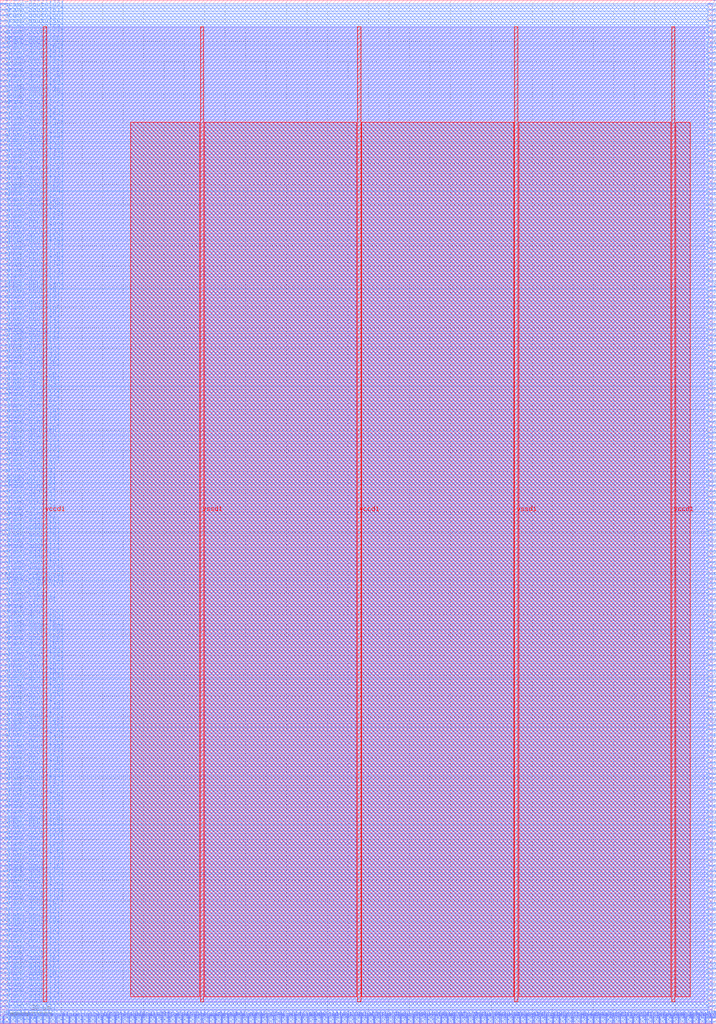
<source format=lef>
VERSION 5.7 ;
  NOWIREEXTENSIONATPIN ON ;
  DIVIDERCHAR "/" ;
  BUSBITCHARS "[]" ;
MACRO Video
  CLASS BLOCK ;
  FOREIGN Video ;
  ORIGIN 0.000 0.000 ;
  SIZE 350.000 BY 500.000 ;
  PIN sram0_addr0[0]
    DIRECTION OUTPUT TRISTATE ;
    USE SIGNAL ;
    PORT
      LAYER met3 ;
        RECT 0.000 222.400 4.000 223.000 ;
    END
  END sram0_addr0[0]
  PIN sram0_addr0[1]
    DIRECTION OUTPUT TRISTATE ;
    USE SIGNAL ;
    PORT
      LAYER met3 ;
        RECT 0.000 225.120 4.000 225.720 ;
    END
  END sram0_addr0[1]
  PIN sram0_addr0[2]
    DIRECTION OUTPUT TRISTATE ;
    USE SIGNAL ;
    PORT
      LAYER met3 ;
        RECT 0.000 227.840 4.000 228.440 ;
    END
  END sram0_addr0[2]
  PIN sram0_addr0[3]
    DIRECTION OUTPUT TRISTATE ;
    USE SIGNAL ;
    PORT
      LAYER met3 ;
        RECT 0.000 230.560 4.000 231.160 ;
    END
  END sram0_addr0[3]
  PIN sram0_addr0[4]
    DIRECTION OUTPUT TRISTATE ;
    USE SIGNAL ;
    PORT
      LAYER met3 ;
        RECT 0.000 233.280 4.000 233.880 ;
    END
  END sram0_addr0[4]
  PIN sram0_addr0[5]
    DIRECTION OUTPUT TRISTATE ;
    USE SIGNAL ;
    PORT
      LAYER met3 ;
        RECT 0.000 236.000 4.000 236.600 ;
    END
  END sram0_addr0[5]
  PIN sram0_addr0[6]
    DIRECTION OUTPUT TRISTATE ;
    USE SIGNAL ;
    PORT
      LAYER met3 ;
        RECT 0.000 238.720 4.000 239.320 ;
    END
  END sram0_addr0[6]
  PIN sram0_addr0[7]
    DIRECTION OUTPUT TRISTATE ;
    USE SIGNAL ;
    PORT
      LAYER met3 ;
        RECT 0.000 240.760 4.000 241.360 ;
    END
  END sram0_addr0[7]
  PIN sram0_addr0[8]
    DIRECTION OUTPUT TRISTATE ;
    USE SIGNAL ;
    PORT
      LAYER met3 ;
        RECT 0.000 243.480 4.000 244.080 ;
    END
  END sram0_addr0[8]
  PIN sram0_addr1[0]
    DIRECTION OUTPUT TRISTATE ;
    USE SIGNAL ;
    PORT
      LAYER met3 ;
        RECT 0.000 8.200 4.000 8.800 ;
    END
  END sram0_addr1[0]
  PIN sram0_addr1[1]
    DIRECTION OUTPUT TRISTATE ;
    USE SIGNAL ;
    PORT
      LAYER met3 ;
        RECT 0.000 10.920 4.000 11.520 ;
    END
  END sram0_addr1[1]
  PIN sram0_addr1[2]
    DIRECTION OUTPUT TRISTATE ;
    USE SIGNAL ;
    PORT
      LAYER met3 ;
        RECT 0.000 13.640 4.000 14.240 ;
    END
  END sram0_addr1[2]
  PIN sram0_addr1[3]
    DIRECTION OUTPUT TRISTATE ;
    USE SIGNAL ;
    PORT
      LAYER met3 ;
        RECT 0.000 16.360 4.000 16.960 ;
    END
  END sram0_addr1[3]
  PIN sram0_addr1[4]
    DIRECTION OUTPUT TRISTATE ;
    USE SIGNAL ;
    PORT
      LAYER met3 ;
        RECT 0.000 19.080 4.000 19.680 ;
    END
  END sram0_addr1[4]
  PIN sram0_addr1[5]
    DIRECTION OUTPUT TRISTATE ;
    USE SIGNAL ;
    PORT
      LAYER met3 ;
        RECT 0.000 21.800 4.000 22.400 ;
    END
  END sram0_addr1[5]
  PIN sram0_addr1[6]
    DIRECTION OUTPUT TRISTATE ;
    USE SIGNAL ;
    PORT
      LAYER met3 ;
        RECT 0.000 24.520 4.000 25.120 ;
    END
  END sram0_addr1[6]
  PIN sram0_addr1[7]
    DIRECTION OUTPUT TRISTATE ;
    USE SIGNAL ;
    PORT
      LAYER met3 ;
        RECT 0.000 26.560 4.000 27.160 ;
    END
  END sram0_addr1[7]
  PIN sram0_addr1[8]
    DIRECTION OUTPUT TRISTATE ;
    USE SIGNAL ;
    PORT
      LAYER met3 ;
        RECT 0.000 29.280 4.000 29.880 ;
    END
  END sram0_addr1[8]
  PIN sram0_clk0
    DIRECTION OUTPUT TRISTATE ;
    USE SIGNAL ;
    PORT
      LAYER met3 ;
        RECT 0.000 201.320 4.000 201.920 ;
    END
  END sram0_clk0
  PIN sram0_clk1
    DIRECTION OUTPUT TRISTATE ;
    USE SIGNAL ;
    PORT
      LAYER met3 ;
        RECT 0.000 0.720 4.000 1.320 ;
    END
  END sram0_clk1
  PIN sram0_csb0[0]
    DIRECTION OUTPUT TRISTATE ;
    USE SIGNAL ;
    PORT
      LAYER met3 ;
        RECT 0.000 204.040 4.000 204.640 ;
    END
  END sram0_csb0[0]
  PIN sram0_csb0[1]
    DIRECTION OUTPUT TRISTATE ;
    USE SIGNAL ;
    PORT
      LAYER met3 ;
        RECT 0.000 206.760 4.000 207.360 ;
    END
  END sram0_csb0[1]
  PIN sram0_csb1[0]
    DIRECTION OUTPUT TRISTATE ;
    USE SIGNAL ;
    PORT
      LAYER met3 ;
        RECT 0.000 2.760 4.000 3.360 ;
    END
  END sram0_csb1[0]
  PIN sram0_csb1[1]
    DIRECTION OUTPUT TRISTATE ;
    USE SIGNAL ;
    PORT
      LAYER met3 ;
        RECT 0.000 5.480 4.000 6.080 ;
    END
  END sram0_csb1[1]
  PIN sram0_din0[0]
    DIRECTION OUTPUT TRISTATE ;
    USE SIGNAL ;
    PORT
      LAYER met3 ;
        RECT 0.000 246.200 4.000 246.800 ;
    END
  END sram0_din0[0]
  PIN sram0_din0[10]
    DIRECTION OUTPUT TRISTATE ;
    USE SIGNAL ;
    PORT
      LAYER met3 ;
        RECT 0.000 272.720 4.000 273.320 ;
    END
  END sram0_din0[10]
  PIN sram0_din0[11]
    DIRECTION OUTPUT TRISTATE ;
    USE SIGNAL ;
    PORT
      LAYER met3 ;
        RECT 0.000 275.440 4.000 276.040 ;
    END
  END sram0_din0[11]
  PIN sram0_din0[12]
    DIRECTION OUTPUT TRISTATE ;
    USE SIGNAL ;
    PORT
      LAYER met3 ;
        RECT 0.000 278.160 4.000 278.760 ;
    END
  END sram0_din0[12]
  PIN sram0_din0[13]
    DIRECTION OUTPUT TRISTATE ;
    USE SIGNAL ;
    PORT
      LAYER met3 ;
        RECT 0.000 280.880 4.000 281.480 ;
    END
  END sram0_din0[13]
  PIN sram0_din0[14]
    DIRECTION OUTPUT TRISTATE ;
    USE SIGNAL ;
    PORT
      LAYER met3 ;
        RECT 0.000 283.600 4.000 284.200 ;
    END
  END sram0_din0[14]
  PIN sram0_din0[15]
    DIRECTION OUTPUT TRISTATE ;
    USE SIGNAL ;
    PORT
      LAYER met3 ;
        RECT 0.000 286.320 4.000 286.920 ;
    END
  END sram0_din0[15]
  PIN sram0_din0[16]
    DIRECTION OUTPUT TRISTATE ;
    USE SIGNAL ;
    PORT
      LAYER met3 ;
        RECT 0.000 288.360 4.000 288.960 ;
    END
  END sram0_din0[16]
  PIN sram0_din0[17]
    DIRECTION OUTPUT TRISTATE ;
    USE SIGNAL ;
    PORT
      LAYER met3 ;
        RECT 0.000 291.080 4.000 291.680 ;
    END
  END sram0_din0[17]
  PIN sram0_din0[18]
    DIRECTION OUTPUT TRISTATE ;
    USE SIGNAL ;
    PORT
      LAYER met3 ;
        RECT 0.000 293.800 4.000 294.400 ;
    END
  END sram0_din0[18]
  PIN sram0_din0[19]
    DIRECTION OUTPUT TRISTATE ;
    USE SIGNAL ;
    PORT
      LAYER met3 ;
        RECT 0.000 296.520 4.000 297.120 ;
    END
  END sram0_din0[19]
  PIN sram0_din0[1]
    DIRECTION OUTPUT TRISTATE ;
    USE SIGNAL ;
    PORT
      LAYER met3 ;
        RECT 0.000 248.920 4.000 249.520 ;
    END
  END sram0_din0[1]
  PIN sram0_din0[20]
    DIRECTION OUTPUT TRISTATE ;
    USE SIGNAL ;
    PORT
      LAYER met3 ;
        RECT 0.000 299.240 4.000 299.840 ;
    END
  END sram0_din0[20]
  PIN sram0_din0[21]
    DIRECTION OUTPUT TRISTATE ;
    USE SIGNAL ;
    PORT
      LAYER met3 ;
        RECT 0.000 301.960 4.000 302.560 ;
    END
  END sram0_din0[21]
  PIN sram0_din0[22]
    DIRECTION OUTPUT TRISTATE ;
    USE SIGNAL ;
    PORT
      LAYER met3 ;
        RECT 0.000 304.680 4.000 305.280 ;
    END
  END sram0_din0[22]
  PIN sram0_din0[23]
    DIRECTION OUTPUT TRISTATE ;
    USE SIGNAL ;
    PORT
      LAYER met3 ;
        RECT 0.000 307.400 4.000 308.000 ;
    END
  END sram0_din0[23]
  PIN sram0_din0[24]
    DIRECTION OUTPUT TRISTATE ;
    USE SIGNAL ;
    PORT
      LAYER met3 ;
        RECT 0.000 310.120 4.000 310.720 ;
    END
  END sram0_din0[24]
  PIN sram0_din0[25]
    DIRECTION OUTPUT TRISTATE ;
    USE SIGNAL ;
    PORT
      LAYER met3 ;
        RECT 0.000 312.160 4.000 312.760 ;
    END
  END sram0_din0[25]
  PIN sram0_din0[26]
    DIRECTION OUTPUT TRISTATE ;
    USE SIGNAL ;
    PORT
      LAYER met3 ;
        RECT 0.000 314.880 4.000 315.480 ;
    END
  END sram0_din0[26]
  PIN sram0_din0[27]
    DIRECTION OUTPUT TRISTATE ;
    USE SIGNAL ;
    PORT
      LAYER met3 ;
        RECT 0.000 317.600 4.000 318.200 ;
    END
  END sram0_din0[27]
  PIN sram0_din0[28]
    DIRECTION OUTPUT TRISTATE ;
    USE SIGNAL ;
    PORT
      LAYER met3 ;
        RECT 0.000 320.320 4.000 320.920 ;
    END
  END sram0_din0[28]
  PIN sram0_din0[29]
    DIRECTION OUTPUT TRISTATE ;
    USE SIGNAL ;
    PORT
      LAYER met3 ;
        RECT 0.000 323.040 4.000 323.640 ;
    END
  END sram0_din0[29]
  PIN sram0_din0[2]
    DIRECTION OUTPUT TRISTATE ;
    USE SIGNAL ;
    PORT
      LAYER met3 ;
        RECT 0.000 251.640 4.000 252.240 ;
    END
  END sram0_din0[2]
  PIN sram0_din0[30]
    DIRECTION OUTPUT TRISTATE ;
    USE SIGNAL ;
    PORT
      LAYER met3 ;
        RECT 0.000 325.760 4.000 326.360 ;
    END
  END sram0_din0[30]
  PIN sram0_din0[31]
    DIRECTION OUTPUT TRISTATE ;
    USE SIGNAL ;
    PORT
      LAYER met3 ;
        RECT 0.000 328.480 4.000 329.080 ;
    END
  END sram0_din0[31]
  PIN sram0_din0[3]
    DIRECTION OUTPUT TRISTATE ;
    USE SIGNAL ;
    PORT
      LAYER met3 ;
        RECT 0.000 254.360 4.000 254.960 ;
    END
  END sram0_din0[3]
  PIN sram0_din0[4]
    DIRECTION OUTPUT TRISTATE ;
    USE SIGNAL ;
    PORT
      LAYER met3 ;
        RECT 0.000 257.080 4.000 257.680 ;
    END
  END sram0_din0[4]
  PIN sram0_din0[5]
    DIRECTION OUTPUT TRISTATE ;
    USE SIGNAL ;
    PORT
      LAYER met3 ;
        RECT 0.000 259.800 4.000 260.400 ;
    END
  END sram0_din0[5]
  PIN sram0_din0[6]
    DIRECTION OUTPUT TRISTATE ;
    USE SIGNAL ;
    PORT
      LAYER met3 ;
        RECT 0.000 262.520 4.000 263.120 ;
    END
  END sram0_din0[6]
  PIN sram0_din0[7]
    DIRECTION OUTPUT TRISTATE ;
    USE SIGNAL ;
    PORT
      LAYER met3 ;
        RECT 0.000 264.560 4.000 265.160 ;
    END
  END sram0_din0[7]
  PIN sram0_din0[8]
    DIRECTION OUTPUT TRISTATE ;
    USE SIGNAL ;
    PORT
      LAYER met3 ;
        RECT 0.000 267.280 4.000 267.880 ;
    END
  END sram0_din0[8]
  PIN sram0_din0[9]
    DIRECTION OUTPUT TRISTATE ;
    USE SIGNAL ;
    PORT
      LAYER met3 ;
        RECT 0.000 270.000 4.000 270.600 ;
    END
  END sram0_din0[9]
  PIN sram0_dout0[0]
    DIRECTION INPUT ;
    USE SIGNAL ;
    PORT
      LAYER met3 ;
        RECT 0.000 331.200 4.000 331.800 ;
    END
  END sram0_dout0[0]
  PIN sram0_dout0[10]
    DIRECTION INPUT ;
    USE SIGNAL ;
    PORT
      LAYER met3 ;
        RECT 0.000 357.720 4.000 358.320 ;
    END
  END sram0_dout0[10]
  PIN sram0_dout0[11]
    DIRECTION INPUT ;
    USE SIGNAL ;
    PORT
      LAYER met3 ;
        RECT 0.000 359.760 4.000 360.360 ;
    END
  END sram0_dout0[11]
  PIN sram0_dout0[12]
    DIRECTION INPUT ;
    USE SIGNAL ;
    PORT
      LAYER met3 ;
        RECT 0.000 362.480 4.000 363.080 ;
    END
  END sram0_dout0[12]
  PIN sram0_dout0[13]
    DIRECTION INPUT ;
    USE SIGNAL ;
    PORT
      LAYER met3 ;
        RECT 0.000 365.200 4.000 365.800 ;
    END
  END sram0_dout0[13]
  PIN sram0_dout0[14]
    DIRECTION INPUT ;
    USE SIGNAL ;
    PORT
      LAYER met3 ;
        RECT 0.000 367.920 4.000 368.520 ;
    END
  END sram0_dout0[14]
  PIN sram0_dout0[15]
    DIRECTION INPUT ;
    USE SIGNAL ;
    PORT
      LAYER met3 ;
        RECT 0.000 370.640 4.000 371.240 ;
    END
  END sram0_dout0[15]
  PIN sram0_dout0[16]
    DIRECTION INPUT ;
    USE SIGNAL ;
    PORT
      LAYER met3 ;
        RECT 0.000 373.360 4.000 373.960 ;
    END
  END sram0_dout0[16]
  PIN sram0_dout0[17]
    DIRECTION INPUT ;
    USE SIGNAL ;
    PORT
      LAYER met3 ;
        RECT 0.000 376.080 4.000 376.680 ;
    END
  END sram0_dout0[17]
  PIN sram0_dout0[18]
    DIRECTION INPUT ;
    USE SIGNAL ;
    PORT
      LAYER met3 ;
        RECT 0.000 378.800 4.000 379.400 ;
    END
  END sram0_dout0[18]
  PIN sram0_dout0[19]
    DIRECTION INPUT ;
    USE SIGNAL ;
    PORT
      LAYER met3 ;
        RECT 0.000 381.520 4.000 382.120 ;
    END
  END sram0_dout0[19]
  PIN sram0_dout0[1]
    DIRECTION INPUT ;
    USE SIGNAL ;
    PORT
      LAYER met3 ;
        RECT 0.000 333.920 4.000 334.520 ;
    END
  END sram0_dout0[1]
  PIN sram0_dout0[20]
    DIRECTION INPUT ;
    USE SIGNAL ;
    PORT
      LAYER met3 ;
        RECT 0.000 383.560 4.000 384.160 ;
    END
  END sram0_dout0[20]
  PIN sram0_dout0[21]
    DIRECTION INPUT ;
    USE SIGNAL ;
    PORT
      LAYER met3 ;
        RECT 0.000 386.280 4.000 386.880 ;
    END
  END sram0_dout0[21]
  PIN sram0_dout0[22]
    DIRECTION INPUT ;
    USE SIGNAL ;
    PORT
      LAYER met3 ;
        RECT 0.000 389.000 4.000 389.600 ;
    END
  END sram0_dout0[22]
  PIN sram0_dout0[23]
    DIRECTION INPUT ;
    USE SIGNAL ;
    PORT
      LAYER met3 ;
        RECT 0.000 391.720 4.000 392.320 ;
    END
  END sram0_dout0[23]
  PIN sram0_dout0[24]
    DIRECTION INPUT ;
    USE SIGNAL ;
    PORT
      LAYER met3 ;
        RECT 0.000 394.440 4.000 395.040 ;
    END
  END sram0_dout0[24]
  PIN sram0_dout0[25]
    DIRECTION INPUT ;
    USE SIGNAL ;
    PORT
      LAYER met3 ;
        RECT 0.000 397.160 4.000 397.760 ;
    END
  END sram0_dout0[25]
  PIN sram0_dout0[26]
    DIRECTION INPUT ;
    USE SIGNAL ;
    PORT
      LAYER met3 ;
        RECT 0.000 399.880 4.000 400.480 ;
    END
  END sram0_dout0[26]
  PIN sram0_dout0[27]
    DIRECTION INPUT ;
    USE SIGNAL ;
    PORT
      LAYER met3 ;
        RECT 0.000 402.600 4.000 403.200 ;
    END
  END sram0_dout0[27]
  PIN sram0_dout0[28]
    DIRECTION INPUT ;
    USE SIGNAL ;
    PORT
      LAYER met3 ;
        RECT 0.000 405.320 4.000 405.920 ;
    END
  END sram0_dout0[28]
  PIN sram0_dout0[29]
    DIRECTION INPUT ;
    USE SIGNAL ;
    PORT
      LAYER met3 ;
        RECT 0.000 407.360 4.000 407.960 ;
    END
  END sram0_dout0[29]
  PIN sram0_dout0[2]
    DIRECTION INPUT ;
    USE SIGNAL ;
    PORT
      LAYER met3 ;
        RECT 0.000 335.960 4.000 336.560 ;
    END
  END sram0_dout0[2]
  PIN sram0_dout0[30]
    DIRECTION INPUT ;
    USE SIGNAL ;
    PORT
      LAYER met3 ;
        RECT 0.000 410.080 4.000 410.680 ;
    END
  END sram0_dout0[30]
  PIN sram0_dout0[31]
    DIRECTION INPUT ;
    USE SIGNAL ;
    PORT
      LAYER met3 ;
        RECT 0.000 412.800 4.000 413.400 ;
    END
  END sram0_dout0[31]
  PIN sram0_dout0[32]
    DIRECTION INPUT ;
    USE SIGNAL ;
    PORT
      LAYER met3 ;
        RECT 0.000 415.520 4.000 416.120 ;
    END
  END sram0_dout0[32]
  PIN sram0_dout0[33]
    DIRECTION INPUT ;
    USE SIGNAL ;
    PORT
      LAYER met3 ;
        RECT 0.000 418.240 4.000 418.840 ;
    END
  END sram0_dout0[33]
  PIN sram0_dout0[34]
    DIRECTION INPUT ;
    USE SIGNAL ;
    PORT
      LAYER met3 ;
        RECT 0.000 420.960 4.000 421.560 ;
    END
  END sram0_dout0[34]
  PIN sram0_dout0[35]
    DIRECTION INPUT ;
    USE SIGNAL ;
    PORT
      LAYER met3 ;
        RECT 0.000 423.680 4.000 424.280 ;
    END
  END sram0_dout0[35]
  PIN sram0_dout0[36]
    DIRECTION INPUT ;
    USE SIGNAL ;
    PORT
      LAYER met3 ;
        RECT 0.000 426.400 4.000 427.000 ;
    END
  END sram0_dout0[36]
  PIN sram0_dout0[37]
    DIRECTION INPUT ;
    USE SIGNAL ;
    PORT
      LAYER met3 ;
        RECT 0.000 429.120 4.000 429.720 ;
    END
  END sram0_dout0[37]
  PIN sram0_dout0[38]
    DIRECTION INPUT ;
    USE SIGNAL ;
    PORT
      LAYER met3 ;
        RECT 0.000 431.160 4.000 431.760 ;
    END
  END sram0_dout0[38]
  PIN sram0_dout0[39]
    DIRECTION INPUT ;
    USE SIGNAL ;
    PORT
      LAYER met3 ;
        RECT 0.000 433.880 4.000 434.480 ;
    END
  END sram0_dout0[39]
  PIN sram0_dout0[3]
    DIRECTION INPUT ;
    USE SIGNAL ;
    PORT
      LAYER met3 ;
        RECT 0.000 338.680 4.000 339.280 ;
    END
  END sram0_dout0[3]
  PIN sram0_dout0[40]
    DIRECTION INPUT ;
    USE SIGNAL ;
    PORT
      LAYER met3 ;
        RECT 0.000 436.600 4.000 437.200 ;
    END
  END sram0_dout0[40]
  PIN sram0_dout0[41]
    DIRECTION INPUT ;
    USE SIGNAL ;
    PORT
      LAYER met3 ;
        RECT 0.000 439.320 4.000 439.920 ;
    END
  END sram0_dout0[41]
  PIN sram0_dout0[42]
    DIRECTION INPUT ;
    USE SIGNAL ;
    PORT
      LAYER met3 ;
        RECT 0.000 442.040 4.000 442.640 ;
    END
  END sram0_dout0[42]
  PIN sram0_dout0[43]
    DIRECTION INPUT ;
    USE SIGNAL ;
    PORT
      LAYER met3 ;
        RECT 0.000 444.760 4.000 445.360 ;
    END
  END sram0_dout0[43]
  PIN sram0_dout0[44]
    DIRECTION INPUT ;
    USE SIGNAL ;
    PORT
      LAYER met3 ;
        RECT 0.000 447.480 4.000 448.080 ;
    END
  END sram0_dout0[44]
  PIN sram0_dout0[45]
    DIRECTION INPUT ;
    USE SIGNAL ;
    PORT
      LAYER met3 ;
        RECT 0.000 450.200 4.000 450.800 ;
    END
  END sram0_dout0[45]
  PIN sram0_dout0[46]
    DIRECTION INPUT ;
    USE SIGNAL ;
    PORT
      LAYER met3 ;
        RECT 0.000 452.920 4.000 453.520 ;
    END
  END sram0_dout0[46]
  PIN sram0_dout0[47]
    DIRECTION INPUT ;
    USE SIGNAL ;
    PORT
      LAYER met3 ;
        RECT 0.000 454.960 4.000 455.560 ;
    END
  END sram0_dout0[47]
  PIN sram0_dout0[48]
    DIRECTION INPUT ;
    USE SIGNAL ;
    PORT
      LAYER met3 ;
        RECT 0.000 457.680 4.000 458.280 ;
    END
  END sram0_dout0[48]
  PIN sram0_dout0[49]
    DIRECTION INPUT ;
    USE SIGNAL ;
    PORT
      LAYER met3 ;
        RECT 0.000 460.400 4.000 461.000 ;
    END
  END sram0_dout0[49]
  PIN sram0_dout0[4]
    DIRECTION INPUT ;
    USE SIGNAL ;
    PORT
      LAYER met3 ;
        RECT 0.000 341.400 4.000 342.000 ;
    END
  END sram0_dout0[4]
  PIN sram0_dout0[50]
    DIRECTION INPUT ;
    USE SIGNAL ;
    PORT
      LAYER met3 ;
        RECT 0.000 463.120 4.000 463.720 ;
    END
  END sram0_dout0[50]
  PIN sram0_dout0[51]
    DIRECTION INPUT ;
    USE SIGNAL ;
    PORT
      LAYER met3 ;
        RECT 0.000 465.840 4.000 466.440 ;
    END
  END sram0_dout0[51]
  PIN sram0_dout0[52]
    DIRECTION INPUT ;
    USE SIGNAL ;
    PORT
      LAYER met3 ;
        RECT 0.000 468.560 4.000 469.160 ;
    END
  END sram0_dout0[52]
  PIN sram0_dout0[53]
    DIRECTION INPUT ;
    USE SIGNAL ;
    PORT
      LAYER met3 ;
        RECT 0.000 471.280 4.000 471.880 ;
    END
  END sram0_dout0[53]
  PIN sram0_dout0[54]
    DIRECTION INPUT ;
    USE SIGNAL ;
    PORT
      LAYER met3 ;
        RECT 0.000 474.000 4.000 474.600 ;
    END
  END sram0_dout0[54]
  PIN sram0_dout0[55]
    DIRECTION INPUT ;
    USE SIGNAL ;
    PORT
      LAYER met3 ;
        RECT 0.000 476.720 4.000 477.320 ;
    END
  END sram0_dout0[55]
  PIN sram0_dout0[56]
    DIRECTION INPUT ;
    USE SIGNAL ;
    PORT
      LAYER met3 ;
        RECT 0.000 478.760 4.000 479.360 ;
    END
  END sram0_dout0[56]
  PIN sram0_dout0[57]
    DIRECTION INPUT ;
    USE SIGNAL ;
    PORT
      LAYER met3 ;
        RECT 0.000 481.480 4.000 482.080 ;
    END
  END sram0_dout0[57]
  PIN sram0_dout0[58]
    DIRECTION INPUT ;
    USE SIGNAL ;
    PORT
      LAYER met3 ;
        RECT 0.000 484.200 4.000 484.800 ;
    END
  END sram0_dout0[58]
  PIN sram0_dout0[59]
    DIRECTION INPUT ;
    USE SIGNAL ;
    PORT
      LAYER met3 ;
        RECT 0.000 486.920 4.000 487.520 ;
    END
  END sram0_dout0[59]
  PIN sram0_dout0[5]
    DIRECTION INPUT ;
    USE SIGNAL ;
    PORT
      LAYER met3 ;
        RECT 0.000 344.120 4.000 344.720 ;
    END
  END sram0_dout0[5]
  PIN sram0_dout0[60]
    DIRECTION INPUT ;
    USE SIGNAL ;
    PORT
      LAYER met3 ;
        RECT 0.000 489.640 4.000 490.240 ;
    END
  END sram0_dout0[60]
  PIN sram0_dout0[61]
    DIRECTION INPUT ;
    USE SIGNAL ;
    PORT
      LAYER met3 ;
        RECT 0.000 492.360 4.000 492.960 ;
    END
  END sram0_dout0[61]
  PIN sram0_dout0[62]
    DIRECTION INPUT ;
    USE SIGNAL ;
    PORT
      LAYER met3 ;
        RECT 0.000 495.080 4.000 495.680 ;
    END
  END sram0_dout0[62]
  PIN sram0_dout0[63]
    DIRECTION INPUT ;
    USE SIGNAL ;
    PORT
      LAYER met3 ;
        RECT 0.000 497.800 4.000 498.400 ;
    END
  END sram0_dout0[63]
  PIN sram0_dout0[6]
    DIRECTION INPUT ;
    USE SIGNAL ;
    PORT
      LAYER met3 ;
        RECT 0.000 346.840 4.000 347.440 ;
    END
  END sram0_dout0[6]
  PIN sram0_dout0[7]
    DIRECTION INPUT ;
    USE SIGNAL ;
    PORT
      LAYER met3 ;
        RECT 0.000 349.560 4.000 350.160 ;
    END
  END sram0_dout0[7]
  PIN sram0_dout0[8]
    DIRECTION INPUT ;
    USE SIGNAL ;
    PORT
      LAYER met3 ;
        RECT 0.000 352.280 4.000 352.880 ;
    END
  END sram0_dout0[8]
  PIN sram0_dout0[9]
    DIRECTION INPUT ;
    USE SIGNAL ;
    PORT
      LAYER met3 ;
        RECT 0.000 355.000 4.000 355.600 ;
    END
  END sram0_dout0[9]
  PIN sram0_dout1[0]
    DIRECTION INPUT ;
    USE SIGNAL ;
    PORT
      LAYER met3 ;
        RECT 0.000 32.000 4.000 32.600 ;
    END
  END sram0_dout1[0]
  PIN sram0_dout1[10]
    DIRECTION INPUT ;
    USE SIGNAL ;
    PORT
      LAYER met3 ;
        RECT 0.000 58.520 4.000 59.120 ;
    END
  END sram0_dout1[10]
  PIN sram0_dout1[11]
    DIRECTION INPUT ;
    USE SIGNAL ;
    PORT
      LAYER met3 ;
        RECT 0.000 61.240 4.000 61.840 ;
    END
  END sram0_dout1[11]
  PIN sram0_dout1[12]
    DIRECTION INPUT ;
    USE SIGNAL ;
    PORT
      LAYER met3 ;
        RECT 0.000 63.960 4.000 64.560 ;
    END
  END sram0_dout1[12]
  PIN sram0_dout1[13]
    DIRECTION INPUT ;
    USE SIGNAL ;
    PORT
      LAYER met3 ;
        RECT 0.000 66.680 4.000 67.280 ;
    END
  END sram0_dout1[13]
  PIN sram0_dout1[14]
    DIRECTION INPUT ;
    USE SIGNAL ;
    PORT
      LAYER met3 ;
        RECT 0.000 69.400 4.000 70.000 ;
    END
  END sram0_dout1[14]
  PIN sram0_dout1[15]
    DIRECTION INPUT ;
    USE SIGNAL ;
    PORT
      LAYER met3 ;
        RECT 0.000 72.120 4.000 72.720 ;
    END
  END sram0_dout1[15]
  PIN sram0_dout1[16]
    DIRECTION INPUT ;
    USE SIGNAL ;
    PORT
      LAYER met3 ;
        RECT 0.000 74.160 4.000 74.760 ;
    END
  END sram0_dout1[16]
  PIN sram0_dout1[17]
    DIRECTION INPUT ;
    USE SIGNAL ;
    PORT
      LAYER met3 ;
        RECT 0.000 76.880 4.000 77.480 ;
    END
  END sram0_dout1[17]
  PIN sram0_dout1[18]
    DIRECTION INPUT ;
    USE SIGNAL ;
    PORT
      LAYER met3 ;
        RECT 0.000 79.600 4.000 80.200 ;
    END
  END sram0_dout1[18]
  PIN sram0_dout1[19]
    DIRECTION INPUT ;
    USE SIGNAL ;
    PORT
      LAYER met3 ;
        RECT 0.000 82.320 4.000 82.920 ;
    END
  END sram0_dout1[19]
  PIN sram0_dout1[1]
    DIRECTION INPUT ;
    USE SIGNAL ;
    PORT
      LAYER met3 ;
        RECT 0.000 34.720 4.000 35.320 ;
    END
  END sram0_dout1[1]
  PIN sram0_dout1[20]
    DIRECTION INPUT ;
    USE SIGNAL ;
    PORT
      LAYER met3 ;
        RECT 0.000 85.040 4.000 85.640 ;
    END
  END sram0_dout1[20]
  PIN sram0_dout1[21]
    DIRECTION INPUT ;
    USE SIGNAL ;
    PORT
      LAYER met3 ;
        RECT 0.000 87.760 4.000 88.360 ;
    END
  END sram0_dout1[21]
  PIN sram0_dout1[22]
    DIRECTION INPUT ;
    USE SIGNAL ;
    PORT
      LAYER met3 ;
        RECT 0.000 90.480 4.000 91.080 ;
    END
  END sram0_dout1[22]
  PIN sram0_dout1[23]
    DIRECTION INPUT ;
    USE SIGNAL ;
    PORT
      LAYER met3 ;
        RECT 0.000 93.200 4.000 93.800 ;
    END
  END sram0_dout1[23]
  PIN sram0_dout1[24]
    DIRECTION INPUT ;
    USE SIGNAL ;
    PORT
      LAYER met3 ;
        RECT 0.000 95.920 4.000 96.520 ;
    END
  END sram0_dout1[24]
  PIN sram0_dout1[25]
    DIRECTION INPUT ;
    USE SIGNAL ;
    PORT
      LAYER met3 ;
        RECT 0.000 97.960 4.000 98.560 ;
    END
  END sram0_dout1[25]
  PIN sram0_dout1[26]
    DIRECTION INPUT ;
    USE SIGNAL ;
    PORT
      LAYER met3 ;
        RECT 0.000 100.680 4.000 101.280 ;
    END
  END sram0_dout1[26]
  PIN sram0_dout1[27]
    DIRECTION INPUT ;
    USE SIGNAL ;
    PORT
      LAYER met3 ;
        RECT 0.000 103.400 4.000 104.000 ;
    END
  END sram0_dout1[27]
  PIN sram0_dout1[28]
    DIRECTION INPUT ;
    USE SIGNAL ;
    PORT
      LAYER met3 ;
        RECT 0.000 106.120 4.000 106.720 ;
    END
  END sram0_dout1[28]
  PIN sram0_dout1[29]
    DIRECTION INPUT ;
    USE SIGNAL ;
    PORT
      LAYER met3 ;
        RECT 0.000 108.840 4.000 109.440 ;
    END
  END sram0_dout1[29]
  PIN sram0_dout1[2]
    DIRECTION INPUT ;
    USE SIGNAL ;
    PORT
      LAYER met3 ;
        RECT 0.000 37.440 4.000 38.040 ;
    END
  END sram0_dout1[2]
  PIN sram0_dout1[30]
    DIRECTION INPUT ;
    USE SIGNAL ;
    PORT
      LAYER met3 ;
        RECT 0.000 111.560 4.000 112.160 ;
    END
  END sram0_dout1[30]
  PIN sram0_dout1[31]
    DIRECTION INPUT ;
    USE SIGNAL ;
    PORT
      LAYER met3 ;
        RECT 0.000 114.280 4.000 114.880 ;
    END
  END sram0_dout1[31]
  PIN sram0_dout1[32]
    DIRECTION INPUT ;
    USE SIGNAL ;
    PORT
      LAYER met3 ;
        RECT 0.000 117.000 4.000 117.600 ;
    END
  END sram0_dout1[32]
  PIN sram0_dout1[33]
    DIRECTION INPUT ;
    USE SIGNAL ;
    PORT
      LAYER met3 ;
        RECT 0.000 119.720 4.000 120.320 ;
    END
  END sram0_dout1[33]
  PIN sram0_dout1[34]
    DIRECTION INPUT ;
    USE SIGNAL ;
    PORT
      LAYER met3 ;
        RECT 0.000 121.760 4.000 122.360 ;
    END
  END sram0_dout1[34]
  PIN sram0_dout1[35]
    DIRECTION INPUT ;
    USE SIGNAL ;
    PORT
      LAYER met3 ;
        RECT 0.000 124.480 4.000 125.080 ;
    END
  END sram0_dout1[35]
  PIN sram0_dout1[36]
    DIRECTION INPUT ;
    USE SIGNAL ;
    PORT
      LAYER met3 ;
        RECT 0.000 127.200 4.000 127.800 ;
    END
  END sram0_dout1[36]
  PIN sram0_dout1[37]
    DIRECTION INPUT ;
    USE SIGNAL ;
    PORT
      LAYER met3 ;
        RECT 0.000 129.920 4.000 130.520 ;
    END
  END sram0_dout1[37]
  PIN sram0_dout1[38]
    DIRECTION INPUT ;
    USE SIGNAL ;
    PORT
      LAYER met3 ;
        RECT 0.000 132.640 4.000 133.240 ;
    END
  END sram0_dout1[38]
  PIN sram0_dout1[39]
    DIRECTION INPUT ;
    USE SIGNAL ;
    PORT
      LAYER met3 ;
        RECT 0.000 135.360 4.000 135.960 ;
    END
  END sram0_dout1[39]
  PIN sram0_dout1[3]
    DIRECTION INPUT ;
    USE SIGNAL ;
    PORT
      LAYER met3 ;
        RECT 0.000 40.160 4.000 40.760 ;
    END
  END sram0_dout1[3]
  PIN sram0_dout1[40]
    DIRECTION INPUT ;
    USE SIGNAL ;
    PORT
      LAYER met3 ;
        RECT 0.000 138.080 4.000 138.680 ;
    END
  END sram0_dout1[40]
  PIN sram0_dout1[41]
    DIRECTION INPUT ;
    USE SIGNAL ;
    PORT
      LAYER met3 ;
        RECT 0.000 140.800 4.000 141.400 ;
    END
  END sram0_dout1[41]
  PIN sram0_dout1[42]
    DIRECTION INPUT ;
    USE SIGNAL ;
    PORT
      LAYER met3 ;
        RECT 0.000 143.520 4.000 144.120 ;
    END
  END sram0_dout1[42]
  PIN sram0_dout1[43]
    DIRECTION INPUT ;
    USE SIGNAL ;
    PORT
      LAYER met3 ;
        RECT 0.000 145.560 4.000 146.160 ;
    END
  END sram0_dout1[43]
  PIN sram0_dout1[44]
    DIRECTION INPUT ;
    USE SIGNAL ;
    PORT
      LAYER met3 ;
        RECT 0.000 148.280 4.000 148.880 ;
    END
  END sram0_dout1[44]
  PIN sram0_dout1[45]
    DIRECTION INPUT ;
    USE SIGNAL ;
    PORT
      LAYER met3 ;
        RECT 0.000 151.000 4.000 151.600 ;
    END
  END sram0_dout1[45]
  PIN sram0_dout1[46]
    DIRECTION INPUT ;
    USE SIGNAL ;
    PORT
      LAYER met3 ;
        RECT 0.000 153.720 4.000 154.320 ;
    END
  END sram0_dout1[46]
  PIN sram0_dout1[47]
    DIRECTION INPUT ;
    USE SIGNAL ;
    PORT
      LAYER met3 ;
        RECT 0.000 156.440 4.000 157.040 ;
    END
  END sram0_dout1[47]
  PIN sram0_dout1[48]
    DIRECTION INPUT ;
    USE SIGNAL ;
    PORT
      LAYER met3 ;
        RECT 0.000 159.160 4.000 159.760 ;
    END
  END sram0_dout1[48]
  PIN sram0_dout1[49]
    DIRECTION INPUT ;
    USE SIGNAL ;
    PORT
      LAYER met3 ;
        RECT 0.000 161.880 4.000 162.480 ;
    END
  END sram0_dout1[49]
  PIN sram0_dout1[4]
    DIRECTION INPUT ;
    USE SIGNAL ;
    PORT
      LAYER met3 ;
        RECT 0.000 42.880 4.000 43.480 ;
    END
  END sram0_dout1[4]
  PIN sram0_dout1[50]
    DIRECTION INPUT ;
    USE SIGNAL ;
    PORT
      LAYER met3 ;
        RECT 0.000 164.600 4.000 165.200 ;
    END
  END sram0_dout1[50]
  PIN sram0_dout1[51]
    DIRECTION INPUT ;
    USE SIGNAL ;
    PORT
      LAYER met3 ;
        RECT 0.000 167.320 4.000 167.920 ;
    END
  END sram0_dout1[51]
  PIN sram0_dout1[52]
    DIRECTION INPUT ;
    USE SIGNAL ;
    PORT
      LAYER met3 ;
        RECT 0.000 169.360 4.000 169.960 ;
    END
  END sram0_dout1[52]
  PIN sram0_dout1[53]
    DIRECTION INPUT ;
    USE SIGNAL ;
    PORT
      LAYER met3 ;
        RECT 0.000 172.080 4.000 172.680 ;
    END
  END sram0_dout1[53]
  PIN sram0_dout1[54]
    DIRECTION INPUT ;
    USE SIGNAL ;
    PORT
      LAYER met3 ;
        RECT 0.000 174.800 4.000 175.400 ;
    END
  END sram0_dout1[54]
  PIN sram0_dout1[55]
    DIRECTION INPUT ;
    USE SIGNAL ;
    PORT
      LAYER met3 ;
        RECT 0.000 177.520 4.000 178.120 ;
    END
  END sram0_dout1[55]
  PIN sram0_dout1[56]
    DIRECTION INPUT ;
    USE SIGNAL ;
    PORT
      LAYER met3 ;
        RECT 0.000 180.240 4.000 180.840 ;
    END
  END sram0_dout1[56]
  PIN sram0_dout1[57]
    DIRECTION INPUT ;
    USE SIGNAL ;
    PORT
      LAYER met3 ;
        RECT 0.000 182.960 4.000 183.560 ;
    END
  END sram0_dout1[57]
  PIN sram0_dout1[58]
    DIRECTION INPUT ;
    USE SIGNAL ;
    PORT
      LAYER met3 ;
        RECT 0.000 185.680 4.000 186.280 ;
    END
  END sram0_dout1[58]
  PIN sram0_dout1[59]
    DIRECTION INPUT ;
    USE SIGNAL ;
    PORT
      LAYER met3 ;
        RECT 0.000 188.400 4.000 189.000 ;
    END
  END sram0_dout1[59]
  PIN sram0_dout1[5]
    DIRECTION INPUT ;
    USE SIGNAL ;
    PORT
      LAYER met3 ;
        RECT 0.000 45.600 4.000 46.200 ;
    END
  END sram0_dout1[5]
  PIN sram0_dout1[60]
    DIRECTION INPUT ;
    USE SIGNAL ;
    PORT
      LAYER met3 ;
        RECT 0.000 191.120 4.000 191.720 ;
    END
  END sram0_dout1[60]
  PIN sram0_dout1[61]
    DIRECTION INPUT ;
    USE SIGNAL ;
    PORT
      LAYER met3 ;
        RECT 0.000 193.160 4.000 193.760 ;
    END
  END sram0_dout1[61]
  PIN sram0_dout1[62]
    DIRECTION INPUT ;
    USE SIGNAL ;
    PORT
      LAYER met3 ;
        RECT 0.000 195.880 4.000 196.480 ;
    END
  END sram0_dout1[62]
  PIN sram0_dout1[63]
    DIRECTION INPUT ;
    USE SIGNAL ;
    PORT
      LAYER met3 ;
        RECT 0.000 198.600 4.000 199.200 ;
    END
  END sram0_dout1[63]
  PIN sram0_dout1[6]
    DIRECTION INPUT ;
    USE SIGNAL ;
    PORT
      LAYER met3 ;
        RECT 0.000 48.320 4.000 48.920 ;
    END
  END sram0_dout1[6]
  PIN sram0_dout1[7]
    DIRECTION INPUT ;
    USE SIGNAL ;
    PORT
      LAYER met3 ;
        RECT 0.000 50.360 4.000 50.960 ;
    END
  END sram0_dout1[7]
  PIN sram0_dout1[8]
    DIRECTION INPUT ;
    USE SIGNAL ;
    PORT
      LAYER met3 ;
        RECT 0.000 53.080 4.000 53.680 ;
    END
  END sram0_dout1[8]
  PIN sram0_dout1[9]
    DIRECTION INPUT ;
    USE SIGNAL ;
    PORT
      LAYER met3 ;
        RECT 0.000 55.800 4.000 56.400 ;
    END
  END sram0_dout1[9]
  PIN sram0_web0
    DIRECTION OUTPUT TRISTATE ;
    USE SIGNAL ;
    PORT
      LAYER met3 ;
        RECT 0.000 209.480 4.000 210.080 ;
    END
  END sram0_web0
  PIN sram0_wmask0[0]
    DIRECTION OUTPUT TRISTATE ;
    USE SIGNAL ;
    PORT
      LAYER met3 ;
        RECT 0.000 212.200 4.000 212.800 ;
    END
  END sram0_wmask0[0]
  PIN sram0_wmask0[1]
    DIRECTION OUTPUT TRISTATE ;
    USE SIGNAL ;
    PORT
      LAYER met3 ;
        RECT 0.000 214.920 4.000 215.520 ;
    END
  END sram0_wmask0[1]
  PIN sram0_wmask0[2]
    DIRECTION OUTPUT TRISTATE ;
    USE SIGNAL ;
    PORT
      LAYER met3 ;
        RECT 0.000 216.960 4.000 217.560 ;
    END
  END sram0_wmask0[2]
  PIN sram0_wmask0[3]
    DIRECTION OUTPUT TRISTATE ;
    USE SIGNAL ;
    PORT
      LAYER met3 ;
        RECT 0.000 219.680 4.000 220.280 ;
    END
  END sram0_wmask0[3]
  PIN sram1_addr0[0]
    DIRECTION OUTPUT TRISTATE ;
    USE SIGNAL ;
    PORT
      LAYER met3 ;
        RECT 346.000 222.400 350.000 223.000 ;
    END
  END sram1_addr0[0]
  PIN sram1_addr0[1]
    DIRECTION OUTPUT TRISTATE ;
    USE SIGNAL ;
    PORT
      LAYER met3 ;
        RECT 346.000 225.120 350.000 225.720 ;
    END
  END sram1_addr0[1]
  PIN sram1_addr0[2]
    DIRECTION OUTPUT TRISTATE ;
    USE SIGNAL ;
    PORT
      LAYER met3 ;
        RECT 346.000 227.840 350.000 228.440 ;
    END
  END sram1_addr0[2]
  PIN sram1_addr0[3]
    DIRECTION OUTPUT TRISTATE ;
    USE SIGNAL ;
    PORT
      LAYER met3 ;
        RECT 346.000 230.560 350.000 231.160 ;
    END
  END sram1_addr0[3]
  PIN sram1_addr0[4]
    DIRECTION OUTPUT TRISTATE ;
    USE SIGNAL ;
    PORT
      LAYER met3 ;
        RECT 346.000 233.280 350.000 233.880 ;
    END
  END sram1_addr0[4]
  PIN sram1_addr0[5]
    DIRECTION OUTPUT TRISTATE ;
    USE SIGNAL ;
    PORT
      LAYER met3 ;
        RECT 346.000 236.000 350.000 236.600 ;
    END
  END sram1_addr0[5]
  PIN sram1_addr0[6]
    DIRECTION OUTPUT TRISTATE ;
    USE SIGNAL ;
    PORT
      LAYER met3 ;
        RECT 346.000 238.720 350.000 239.320 ;
    END
  END sram1_addr0[6]
  PIN sram1_addr0[7]
    DIRECTION OUTPUT TRISTATE ;
    USE SIGNAL ;
    PORT
      LAYER met3 ;
        RECT 346.000 240.760 350.000 241.360 ;
    END
  END sram1_addr0[7]
  PIN sram1_addr0[8]
    DIRECTION OUTPUT TRISTATE ;
    USE SIGNAL ;
    PORT
      LAYER met3 ;
        RECT 346.000 243.480 350.000 244.080 ;
    END
  END sram1_addr0[8]
  PIN sram1_addr1[0]
    DIRECTION OUTPUT TRISTATE ;
    USE SIGNAL ;
    PORT
      LAYER met3 ;
        RECT 346.000 8.200 350.000 8.800 ;
    END
  END sram1_addr1[0]
  PIN sram1_addr1[1]
    DIRECTION OUTPUT TRISTATE ;
    USE SIGNAL ;
    PORT
      LAYER met3 ;
        RECT 346.000 10.920 350.000 11.520 ;
    END
  END sram1_addr1[1]
  PIN sram1_addr1[2]
    DIRECTION OUTPUT TRISTATE ;
    USE SIGNAL ;
    PORT
      LAYER met3 ;
        RECT 346.000 13.640 350.000 14.240 ;
    END
  END sram1_addr1[2]
  PIN sram1_addr1[3]
    DIRECTION OUTPUT TRISTATE ;
    USE SIGNAL ;
    PORT
      LAYER met3 ;
        RECT 346.000 16.360 350.000 16.960 ;
    END
  END sram1_addr1[3]
  PIN sram1_addr1[4]
    DIRECTION OUTPUT TRISTATE ;
    USE SIGNAL ;
    PORT
      LAYER met3 ;
        RECT 346.000 19.080 350.000 19.680 ;
    END
  END sram1_addr1[4]
  PIN sram1_addr1[5]
    DIRECTION OUTPUT TRISTATE ;
    USE SIGNAL ;
    PORT
      LAYER met3 ;
        RECT 346.000 21.800 350.000 22.400 ;
    END
  END sram1_addr1[5]
  PIN sram1_addr1[6]
    DIRECTION OUTPUT TRISTATE ;
    USE SIGNAL ;
    PORT
      LAYER met3 ;
        RECT 346.000 24.520 350.000 25.120 ;
    END
  END sram1_addr1[6]
  PIN sram1_addr1[7]
    DIRECTION OUTPUT TRISTATE ;
    USE SIGNAL ;
    PORT
      LAYER met3 ;
        RECT 346.000 26.560 350.000 27.160 ;
    END
  END sram1_addr1[7]
  PIN sram1_addr1[8]
    DIRECTION OUTPUT TRISTATE ;
    USE SIGNAL ;
    PORT
      LAYER met3 ;
        RECT 346.000 29.280 350.000 29.880 ;
    END
  END sram1_addr1[8]
  PIN sram1_clk0
    DIRECTION OUTPUT TRISTATE ;
    USE SIGNAL ;
    PORT
      LAYER met3 ;
        RECT 346.000 201.320 350.000 201.920 ;
    END
  END sram1_clk0
  PIN sram1_clk1
    DIRECTION OUTPUT TRISTATE ;
    USE SIGNAL ;
    PORT
      LAYER met3 ;
        RECT 346.000 0.720 350.000 1.320 ;
    END
  END sram1_clk1
  PIN sram1_csb0[0]
    DIRECTION OUTPUT TRISTATE ;
    USE SIGNAL ;
    PORT
      LAYER met3 ;
        RECT 346.000 204.040 350.000 204.640 ;
    END
  END sram1_csb0[0]
  PIN sram1_csb0[1]
    DIRECTION OUTPUT TRISTATE ;
    USE SIGNAL ;
    PORT
      LAYER met3 ;
        RECT 346.000 206.760 350.000 207.360 ;
    END
  END sram1_csb0[1]
  PIN sram1_csb1[0]
    DIRECTION OUTPUT TRISTATE ;
    USE SIGNAL ;
    PORT
      LAYER met3 ;
        RECT 346.000 2.760 350.000 3.360 ;
    END
  END sram1_csb1[0]
  PIN sram1_csb1[1]
    DIRECTION OUTPUT TRISTATE ;
    USE SIGNAL ;
    PORT
      LAYER met3 ;
        RECT 346.000 5.480 350.000 6.080 ;
    END
  END sram1_csb1[1]
  PIN sram1_din0[0]
    DIRECTION OUTPUT TRISTATE ;
    USE SIGNAL ;
    PORT
      LAYER met3 ;
        RECT 346.000 246.200 350.000 246.800 ;
    END
  END sram1_din0[0]
  PIN sram1_din0[10]
    DIRECTION OUTPUT TRISTATE ;
    USE SIGNAL ;
    PORT
      LAYER met3 ;
        RECT 346.000 272.720 350.000 273.320 ;
    END
  END sram1_din0[10]
  PIN sram1_din0[11]
    DIRECTION OUTPUT TRISTATE ;
    USE SIGNAL ;
    PORT
      LAYER met3 ;
        RECT 346.000 275.440 350.000 276.040 ;
    END
  END sram1_din0[11]
  PIN sram1_din0[12]
    DIRECTION OUTPUT TRISTATE ;
    USE SIGNAL ;
    PORT
      LAYER met3 ;
        RECT 346.000 278.160 350.000 278.760 ;
    END
  END sram1_din0[12]
  PIN sram1_din0[13]
    DIRECTION OUTPUT TRISTATE ;
    USE SIGNAL ;
    PORT
      LAYER met3 ;
        RECT 346.000 280.880 350.000 281.480 ;
    END
  END sram1_din0[13]
  PIN sram1_din0[14]
    DIRECTION OUTPUT TRISTATE ;
    USE SIGNAL ;
    PORT
      LAYER met3 ;
        RECT 346.000 283.600 350.000 284.200 ;
    END
  END sram1_din0[14]
  PIN sram1_din0[15]
    DIRECTION OUTPUT TRISTATE ;
    USE SIGNAL ;
    PORT
      LAYER met3 ;
        RECT 346.000 286.320 350.000 286.920 ;
    END
  END sram1_din0[15]
  PIN sram1_din0[16]
    DIRECTION OUTPUT TRISTATE ;
    USE SIGNAL ;
    PORT
      LAYER met3 ;
        RECT 346.000 288.360 350.000 288.960 ;
    END
  END sram1_din0[16]
  PIN sram1_din0[17]
    DIRECTION OUTPUT TRISTATE ;
    USE SIGNAL ;
    PORT
      LAYER met3 ;
        RECT 346.000 291.080 350.000 291.680 ;
    END
  END sram1_din0[17]
  PIN sram1_din0[18]
    DIRECTION OUTPUT TRISTATE ;
    USE SIGNAL ;
    PORT
      LAYER met3 ;
        RECT 346.000 293.800 350.000 294.400 ;
    END
  END sram1_din0[18]
  PIN sram1_din0[19]
    DIRECTION OUTPUT TRISTATE ;
    USE SIGNAL ;
    PORT
      LAYER met3 ;
        RECT 346.000 296.520 350.000 297.120 ;
    END
  END sram1_din0[19]
  PIN sram1_din0[1]
    DIRECTION OUTPUT TRISTATE ;
    USE SIGNAL ;
    PORT
      LAYER met3 ;
        RECT 346.000 248.920 350.000 249.520 ;
    END
  END sram1_din0[1]
  PIN sram1_din0[20]
    DIRECTION OUTPUT TRISTATE ;
    USE SIGNAL ;
    PORT
      LAYER met3 ;
        RECT 346.000 299.240 350.000 299.840 ;
    END
  END sram1_din0[20]
  PIN sram1_din0[21]
    DIRECTION OUTPUT TRISTATE ;
    USE SIGNAL ;
    PORT
      LAYER met3 ;
        RECT 346.000 301.960 350.000 302.560 ;
    END
  END sram1_din0[21]
  PIN sram1_din0[22]
    DIRECTION OUTPUT TRISTATE ;
    USE SIGNAL ;
    PORT
      LAYER met3 ;
        RECT 346.000 304.680 350.000 305.280 ;
    END
  END sram1_din0[22]
  PIN sram1_din0[23]
    DIRECTION OUTPUT TRISTATE ;
    USE SIGNAL ;
    PORT
      LAYER met3 ;
        RECT 346.000 307.400 350.000 308.000 ;
    END
  END sram1_din0[23]
  PIN sram1_din0[24]
    DIRECTION OUTPUT TRISTATE ;
    USE SIGNAL ;
    PORT
      LAYER met3 ;
        RECT 346.000 310.120 350.000 310.720 ;
    END
  END sram1_din0[24]
  PIN sram1_din0[25]
    DIRECTION OUTPUT TRISTATE ;
    USE SIGNAL ;
    PORT
      LAYER met3 ;
        RECT 346.000 312.160 350.000 312.760 ;
    END
  END sram1_din0[25]
  PIN sram1_din0[26]
    DIRECTION OUTPUT TRISTATE ;
    USE SIGNAL ;
    PORT
      LAYER met3 ;
        RECT 346.000 314.880 350.000 315.480 ;
    END
  END sram1_din0[26]
  PIN sram1_din0[27]
    DIRECTION OUTPUT TRISTATE ;
    USE SIGNAL ;
    PORT
      LAYER met3 ;
        RECT 346.000 317.600 350.000 318.200 ;
    END
  END sram1_din0[27]
  PIN sram1_din0[28]
    DIRECTION OUTPUT TRISTATE ;
    USE SIGNAL ;
    PORT
      LAYER met3 ;
        RECT 346.000 320.320 350.000 320.920 ;
    END
  END sram1_din0[28]
  PIN sram1_din0[29]
    DIRECTION OUTPUT TRISTATE ;
    USE SIGNAL ;
    PORT
      LAYER met3 ;
        RECT 346.000 323.040 350.000 323.640 ;
    END
  END sram1_din0[29]
  PIN sram1_din0[2]
    DIRECTION OUTPUT TRISTATE ;
    USE SIGNAL ;
    PORT
      LAYER met3 ;
        RECT 346.000 251.640 350.000 252.240 ;
    END
  END sram1_din0[2]
  PIN sram1_din0[30]
    DIRECTION OUTPUT TRISTATE ;
    USE SIGNAL ;
    PORT
      LAYER met3 ;
        RECT 346.000 325.760 350.000 326.360 ;
    END
  END sram1_din0[30]
  PIN sram1_din0[31]
    DIRECTION OUTPUT TRISTATE ;
    USE SIGNAL ;
    PORT
      LAYER met3 ;
        RECT 346.000 328.480 350.000 329.080 ;
    END
  END sram1_din0[31]
  PIN sram1_din0[3]
    DIRECTION OUTPUT TRISTATE ;
    USE SIGNAL ;
    PORT
      LAYER met3 ;
        RECT 346.000 254.360 350.000 254.960 ;
    END
  END sram1_din0[3]
  PIN sram1_din0[4]
    DIRECTION OUTPUT TRISTATE ;
    USE SIGNAL ;
    PORT
      LAYER met3 ;
        RECT 346.000 257.080 350.000 257.680 ;
    END
  END sram1_din0[4]
  PIN sram1_din0[5]
    DIRECTION OUTPUT TRISTATE ;
    USE SIGNAL ;
    PORT
      LAYER met3 ;
        RECT 346.000 259.800 350.000 260.400 ;
    END
  END sram1_din0[5]
  PIN sram1_din0[6]
    DIRECTION OUTPUT TRISTATE ;
    USE SIGNAL ;
    PORT
      LAYER met3 ;
        RECT 346.000 262.520 350.000 263.120 ;
    END
  END sram1_din0[6]
  PIN sram1_din0[7]
    DIRECTION OUTPUT TRISTATE ;
    USE SIGNAL ;
    PORT
      LAYER met3 ;
        RECT 346.000 264.560 350.000 265.160 ;
    END
  END sram1_din0[7]
  PIN sram1_din0[8]
    DIRECTION OUTPUT TRISTATE ;
    USE SIGNAL ;
    PORT
      LAYER met3 ;
        RECT 346.000 267.280 350.000 267.880 ;
    END
  END sram1_din0[8]
  PIN sram1_din0[9]
    DIRECTION OUTPUT TRISTATE ;
    USE SIGNAL ;
    PORT
      LAYER met3 ;
        RECT 346.000 270.000 350.000 270.600 ;
    END
  END sram1_din0[9]
  PIN sram1_dout0[0]
    DIRECTION INPUT ;
    USE SIGNAL ;
    PORT
      LAYER met3 ;
        RECT 346.000 331.200 350.000 331.800 ;
    END
  END sram1_dout0[0]
  PIN sram1_dout0[10]
    DIRECTION INPUT ;
    USE SIGNAL ;
    PORT
      LAYER met3 ;
        RECT 346.000 357.720 350.000 358.320 ;
    END
  END sram1_dout0[10]
  PIN sram1_dout0[11]
    DIRECTION INPUT ;
    USE SIGNAL ;
    PORT
      LAYER met3 ;
        RECT 346.000 359.760 350.000 360.360 ;
    END
  END sram1_dout0[11]
  PIN sram1_dout0[12]
    DIRECTION INPUT ;
    USE SIGNAL ;
    PORT
      LAYER met3 ;
        RECT 346.000 362.480 350.000 363.080 ;
    END
  END sram1_dout0[12]
  PIN sram1_dout0[13]
    DIRECTION INPUT ;
    USE SIGNAL ;
    PORT
      LAYER met3 ;
        RECT 346.000 365.200 350.000 365.800 ;
    END
  END sram1_dout0[13]
  PIN sram1_dout0[14]
    DIRECTION INPUT ;
    USE SIGNAL ;
    PORT
      LAYER met3 ;
        RECT 346.000 367.920 350.000 368.520 ;
    END
  END sram1_dout0[14]
  PIN sram1_dout0[15]
    DIRECTION INPUT ;
    USE SIGNAL ;
    PORT
      LAYER met3 ;
        RECT 346.000 370.640 350.000 371.240 ;
    END
  END sram1_dout0[15]
  PIN sram1_dout0[16]
    DIRECTION INPUT ;
    USE SIGNAL ;
    PORT
      LAYER met3 ;
        RECT 346.000 373.360 350.000 373.960 ;
    END
  END sram1_dout0[16]
  PIN sram1_dout0[17]
    DIRECTION INPUT ;
    USE SIGNAL ;
    PORT
      LAYER met3 ;
        RECT 346.000 376.080 350.000 376.680 ;
    END
  END sram1_dout0[17]
  PIN sram1_dout0[18]
    DIRECTION INPUT ;
    USE SIGNAL ;
    PORT
      LAYER met3 ;
        RECT 346.000 378.800 350.000 379.400 ;
    END
  END sram1_dout0[18]
  PIN sram1_dout0[19]
    DIRECTION INPUT ;
    USE SIGNAL ;
    PORT
      LAYER met3 ;
        RECT 346.000 381.520 350.000 382.120 ;
    END
  END sram1_dout0[19]
  PIN sram1_dout0[1]
    DIRECTION INPUT ;
    USE SIGNAL ;
    PORT
      LAYER met3 ;
        RECT 346.000 333.920 350.000 334.520 ;
    END
  END sram1_dout0[1]
  PIN sram1_dout0[20]
    DIRECTION INPUT ;
    USE SIGNAL ;
    PORT
      LAYER met3 ;
        RECT 346.000 383.560 350.000 384.160 ;
    END
  END sram1_dout0[20]
  PIN sram1_dout0[21]
    DIRECTION INPUT ;
    USE SIGNAL ;
    PORT
      LAYER met3 ;
        RECT 346.000 386.280 350.000 386.880 ;
    END
  END sram1_dout0[21]
  PIN sram1_dout0[22]
    DIRECTION INPUT ;
    USE SIGNAL ;
    PORT
      LAYER met3 ;
        RECT 346.000 389.000 350.000 389.600 ;
    END
  END sram1_dout0[22]
  PIN sram1_dout0[23]
    DIRECTION INPUT ;
    USE SIGNAL ;
    PORT
      LAYER met3 ;
        RECT 346.000 391.720 350.000 392.320 ;
    END
  END sram1_dout0[23]
  PIN sram1_dout0[24]
    DIRECTION INPUT ;
    USE SIGNAL ;
    PORT
      LAYER met3 ;
        RECT 346.000 394.440 350.000 395.040 ;
    END
  END sram1_dout0[24]
  PIN sram1_dout0[25]
    DIRECTION INPUT ;
    USE SIGNAL ;
    PORT
      LAYER met3 ;
        RECT 346.000 397.160 350.000 397.760 ;
    END
  END sram1_dout0[25]
  PIN sram1_dout0[26]
    DIRECTION INPUT ;
    USE SIGNAL ;
    PORT
      LAYER met3 ;
        RECT 346.000 399.880 350.000 400.480 ;
    END
  END sram1_dout0[26]
  PIN sram1_dout0[27]
    DIRECTION INPUT ;
    USE SIGNAL ;
    PORT
      LAYER met3 ;
        RECT 346.000 402.600 350.000 403.200 ;
    END
  END sram1_dout0[27]
  PIN sram1_dout0[28]
    DIRECTION INPUT ;
    USE SIGNAL ;
    PORT
      LAYER met3 ;
        RECT 346.000 405.320 350.000 405.920 ;
    END
  END sram1_dout0[28]
  PIN sram1_dout0[29]
    DIRECTION INPUT ;
    USE SIGNAL ;
    PORT
      LAYER met3 ;
        RECT 346.000 407.360 350.000 407.960 ;
    END
  END sram1_dout0[29]
  PIN sram1_dout0[2]
    DIRECTION INPUT ;
    USE SIGNAL ;
    PORT
      LAYER met3 ;
        RECT 346.000 335.960 350.000 336.560 ;
    END
  END sram1_dout0[2]
  PIN sram1_dout0[30]
    DIRECTION INPUT ;
    USE SIGNAL ;
    PORT
      LAYER met3 ;
        RECT 346.000 410.080 350.000 410.680 ;
    END
  END sram1_dout0[30]
  PIN sram1_dout0[31]
    DIRECTION INPUT ;
    USE SIGNAL ;
    PORT
      LAYER met3 ;
        RECT 346.000 412.800 350.000 413.400 ;
    END
  END sram1_dout0[31]
  PIN sram1_dout0[32]
    DIRECTION INPUT ;
    USE SIGNAL ;
    PORT
      LAYER met3 ;
        RECT 346.000 415.520 350.000 416.120 ;
    END
  END sram1_dout0[32]
  PIN sram1_dout0[33]
    DIRECTION INPUT ;
    USE SIGNAL ;
    PORT
      LAYER met3 ;
        RECT 346.000 418.240 350.000 418.840 ;
    END
  END sram1_dout0[33]
  PIN sram1_dout0[34]
    DIRECTION INPUT ;
    USE SIGNAL ;
    PORT
      LAYER met3 ;
        RECT 346.000 420.960 350.000 421.560 ;
    END
  END sram1_dout0[34]
  PIN sram1_dout0[35]
    DIRECTION INPUT ;
    USE SIGNAL ;
    PORT
      LAYER met3 ;
        RECT 346.000 423.680 350.000 424.280 ;
    END
  END sram1_dout0[35]
  PIN sram1_dout0[36]
    DIRECTION INPUT ;
    USE SIGNAL ;
    PORT
      LAYER met3 ;
        RECT 346.000 426.400 350.000 427.000 ;
    END
  END sram1_dout0[36]
  PIN sram1_dout0[37]
    DIRECTION INPUT ;
    USE SIGNAL ;
    PORT
      LAYER met3 ;
        RECT 346.000 429.120 350.000 429.720 ;
    END
  END sram1_dout0[37]
  PIN sram1_dout0[38]
    DIRECTION INPUT ;
    USE SIGNAL ;
    PORT
      LAYER met3 ;
        RECT 346.000 431.160 350.000 431.760 ;
    END
  END sram1_dout0[38]
  PIN sram1_dout0[39]
    DIRECTION INPUT ;
    USE SIGNAL ;
    PORT
      LAYER met3 ;
        RECT 346.000 433.880 350.000 434.480 ;
    END
  END sram1_dout0[39]
  PIN sram1_dout0[3]
    DIRECTION INPUT ;
    USE SIGNAL ;
    PORT
      LAYER met3 ;
        RECT 346.000 338.680 350.000 339.280 ;
    END
  END sram1_dout0[3]
  PIN sram1_dout0[40]
    DIRECTION INPUT ;
    USE SIGNAL ;
    PORT
      LAYER met3 ;
        RECT 346.000 436.600 350.000 437.200 ;
    END
  END sram1_dout0[40]
  PIN sram1_dout0[41]
    DIRECTION INPUT ;
    USE SIGNAL ;
    PORT
      LAYER met3 ;
        RECT 346.000 439.320 350.000 439.920 ;
    END
  END sram1_dout0[41]
  PIN sram1_dout0[42]
    DIRECTION INPUT ;
    USE SIGNAL ;
    PORT
      LAYER met3 ;
        RECT 346.000 442.040 350.000 442.640 ;
    END
  END sram1_dout0[42]
  PIN sram1_dout0[43]
    DIRECTION INPUT ;
    USE SIGNAL ;
    PORT
      LAYER met3 ;
        RECT 346.000 444.760 350.000 445.360 ;
    END
  END sram1_dout0[43]
  PIN sram1_dout0[44]
    DIRECTION INPUT ;
    USE SIGNAL ;
    PORT
      LAYER met3 ;
        RECT 346.000 447.480 350.000 448.080 ;
    END
  END sram1_dout0[44]
  PIN sram1_dout0[45]
    DIRECTION INPUT ;
    USE SIGNAL ;
    PORT
      LAYER met3 ;
        RECT 346.000 450.200 350.000 450.800 ;
    END
  END sram1_dout0[45]
  PIN sram1_dout0[46]
    DIRECTION INPUT ;
    USE SIGNAL ;
    PORT
      LAYER met3 ;
        RECT 346.000 452.920 350.000 453.520 ;
    END
  END sram1_dout0[46]
  PIN sram1_dout0[47]
    DIRECTION INPUT ;
    USE SIGNAL ;
    PORT
      LAYER met3 ;
        RECT 346.000 454.960 350.000 455.560 ;
    END
  END sram1_dout0[47]
  PIN sram1_dout0[48]
    DIRECTION INPUT ;
    USE SIGNAL ;
    PORT
      LAYER met3 ;
        RECT 346.000 457.680 350.000 458.280 ;
    END
  END sram1_dout0[48]
  PIN sram1_dout0[49]
    DIRECTION INPUT ;
    USE SIGNAL ;
    PORT
      LAYER met3 ;
        RECT 346.000 460.400 350.000 461.000 ;
    END
  END sram1_dout0[49]
  PIN sram1_dout0[4]
    DIRECTION INPUT ;
    USE SIGNAL ;
    PORT
      LAYER met3 ;
        RECT 346.000 341.400 350.000 342.000 ;
    END
  END sram1_dout0[4]
  PIN sram1_dout0[50]
    DIRECTION INPUT ;
    USE SIGNAL ;
    PORT
      LAYER met3 ;
        RECT 346.000 463.120 350.000 463.720 ;
    END
  END sram1_dout0[50]
  PIN sram1_dout0[51]
    DIRECTION INPUT ;
    USE SIGNAL ;
    PORT
      LAYER met3 ;
        RECT 346.000 465.840 350.000 466.440 ;
    END
  END sram1_dout0[51]
  PIN sram1_dout0[52]
    DIRECTION INPUT ;
    USE SIGNAL ;
    PORT
      LAYER met3 ;
        RECT 346.000 468.560 350.000 469.160 ;
    END
  END sram1_dout0[52]
  PIN sram1_dout0[53]
    DIRECTION INPUT ;
    USE SIGNAL ;
    PORT
      LAYER met3 ;
        RECT 346.000 471.280 350.000 471.880 ;
    END
  END sram1_dout0[53]
  PIN sram1_dout0[54]
    DIRECTION INPUT ;
    USE SIGNAL ;
    PORT
      LAYER met3 ;
        RECT 346.000 474.000 350.000 474.600 ;
    END
  END sram1_dout0[54]
  PIN sram1_dout0[55]
    DIRECTION INPUT ;
    USE SIGNAL ;
    PORT
      LAYER met3 ;
        RECT 346.000 476.720 350.000 477.320 ;
    END
  END sram1_dout0[55]
  PIN sram1_dout0[56]
    DIRECTION INPUT ;
    USE SIGNAL ;
    PORT
      LAYER met3 ;
        RECT 346.000 478.760 350.000 479.360 ;
    END
  END sram1_dout0[56]
  PIN sram1_dout0[57]
    DIRECTION INPUT ;
    USE SIGNAL ;
    PORT
      LAYER met3 ;
        RECT 346.000 481.480 350.000 482.080 ;
    END
  END sram1_dout0[57]
  PIN sram1_dout0[58]
    DIRECTION INPUT ;
    USE SIGNAL ;
    PORT
      LAYER met3 ;
        RECT 346.000 484.200 350.000 484.800 ;
    END
  END sram1_dout0[58]
  PIN sram1_dout0[59]
    DIRECTION INPUT ;
    USE SIGNAL ;
    PORT
      LAYER met3 ;
        RECT 346.000 486.920 350.000 487.520 ;
    END
  END sram1_dout0[59]
  PIN sram1_dout0[5]
    DIRECTION INPUT ;
    USE SIGNAL ;
    PORT
      LAYER met3 ;
        RECT 346.000 344.120 350.000 344.720 ;
    END
  END sram1_dout0[5]
  PIN sram1_dout0[60]
    DIRECTION INPUT ;
    USE SIGNAL ;
    PORT
      LAYER met3 ;
        RECT 346.000 489.640 350.000 490.240 ;
    END
  END sram1_dout0[60]
  PIN sram1_dout0[61]
    DIRECTION INPUT ;
    USE SIGNAL ;
    PORT
      LAYER met3 ;
        RECT 346.000 492.360 350.000 492.960 ;
    END
  END sram1_dout0[61]
  PIN sram1_dout0[62]
    DIRECTION INPUT ;
    USE SIGNAL ;
    PORT
      LAYER met3 ;
        RECT 346.000 495.080 350.000 495.680 ;
    END
  END sram1_dout0[62]
  PIN sram1_dout0[63]
    DIRECTION INPUT ;
    USE SIGNAL ;
    PORT
      LAYER met3 ;
        RECT 346.000 497.800 350.000 498.400 ;
    END
  END sram1_dout0[63]
  PIN sram1_dout0[6]
    DIRECTION INPUT ;
    USE SIGNAL ;
    PORT
      LAYER met3 ;
        RECT 346.000 346.840 350.000 347.440 ;
    END
  END sram1_dout0[6]
  PIN sram1_dout0[7]
    DIRECTION INPUT ;
    USE SIGNAL ;
    PORT
      LAYER met3 ;
        RECT 346.000 349.560 350.000 350.160 ;
    END
  END sram1_dout0[7]
  PIN sram1_dout0[8]
    DIRECTION INPUT ;
    USE SIGNAL ;
    PORT
      LAYER met3 ;
        RECT 346.000 352.280 350.000 352.880 ;
    END
  END sram1_dout0[8]
  PIN sram1_dout0[9]
    DIRECTION INPUT ;
    USE SIGNAL ;
    PORT
      LAYER met3 ;
        RECT 346.000 355.000 350.000 355.600 ;
    END
  END sram1_dout0[9]
  PIN sram1_dout1[0]
    DIRECTION INPUT ;
    USE SIGNAL ;
    PORT
      LAYER met3 ;
        RECT 346.000 32.000 350.000 32.600 ;
    END
  END sram1_dout1[0]
  PIN sram1_dout1[10]
    DIRECTION INPUT ;
    USE SIGNAL ;
    PORT
      LAYER met3 ;
        RECT 346.000 58.520 350.000 59.120 ;
    END
  END sram1_dout1[10]
  PIN sram1_dout1[11]
    DIRECTION INPUT ;
    USE SIGNAL ;
    PORT
      LAYER met3 ;
        RECT 346.000 61.240 350.000 61.840 ;
    END
  END sram1_dout1[11]
  PIN sram1_dout1[12]
    DIRECTION INPUT ;
    USE SIGNAL ;
    PORT
      LAYER met3 ;
        RECT 346.000 63.960 350.000 64.560 ;
    END
  END sram1_dout1[12]
  PIN sram1_dout1[13]
    DIRECTION INPUT ;
    USE SIGNAL ;
    PORT
      LAYER met3 ;
        RECT 346.000 66.680 350.000 67.280 ;
    END
  END sram1_dout1[13]
  PIN sram1_dout1[14]
    DIRECTION INPUT ;
    USE SIGNAL ;
    PORT
      LAYER met3 ;
        RECT 346.000 69.400 350.000 70.000 ;
    END
  END sram1_dout1[14]
  PIN sram1_dout1[15]
    DIRECTION INPUT ;
    USE SIGNAL ;
    PORT
      LAYER met3 ;
        RECT 346.000 72.120 350.000 72.720 ;
    END
  END sram1_dout1[15]
  PIN sram1_dout1[16]
    DIRECTION INPUT ;
    USE SIGNAL ;
    PORT
      LAYER met3 ;
        RECT 346.000 74.160 350.000 74.760 ;
    END
  END sram1_dout1[16]
  PIN sram1_dout1[17]
    DIRECTION INPUT ;
    USE SIGNAL ;
    PORT
      LAYER met3 ;
        RECT 346.000 76.880 350.000 77.480 ;
    END
  END sram1_dout1[17]
  PIN sram1_dout1[18]
    DIRECTION INPUT ;
    USE SIGNAL ;
    PORT
      LAYER met3 ;
        RECT 346.000 79.600 350.000 80.200 ;
    END
  END sram1_dout1[18]
  PIN sram1_dout1[19]
    DIRECTION INPUT ;
    USE SIGNAL ;
    PORT
      LAYER met3 ;
        RECT 346.000 82.320 350.000 82.920 ;
    END
  END sram1_dout1[19]
  PIN sram1_dout1[1]
    DIRECTION INPUT ;
    USE SIGNAL ;
    PORT
      LAYER met3 ;
        RECT 346.000 34.720 350.000 35.320 ;
    END
  END sram1_dout1[1]
  PIN sram1_dout1[20]
    DIRECTION INPUT ;
    USE SIGNAL ;
    PORT
      LAYER met3 ;
        RECT 346.000 85.040 350.000 85.640 ;
    END
  END sram1_dout1[20]
  PIN sram1_dout1[21]
    DIRECTION INPUT ;
    USE SIGNAL ;
    PORT
      LAYER met3 ;
        RECT 346.000 87.760 350.000 88.360 ;
    END
  END sram1_dout1[21]
  PIN sram1_dout1[22]
    DIRECTION INPUT ;
    USE SIGNAL ;
    PORT
      LAYER met3 ;
        RECT 346.000 90.480 350.000 91.080 ;
    END
  END sram1_dout1[22]
  PIN sram1_dout1[23]
    DIRECTION INPUT ;
    USE SIGNAL ;
    PORT
      LAYER met3 ;
        RECT 346.000 93.200 350.000 93.800 ;
    END
  END sram1_dout1[23]
  PIN sram1_dout1[24]
    DIRECTION INPUT ;
    USE SIGNAL ;
    PORT
      LAYER met3 ;
        RECT 346.000 95.920 350.000 96.520 ;
    END
  END sram1_dout1[24]
  PIN sram1_dout1[25]
    DIRECTION INPUT ;
    USE SIGNAL ;
    PORT
      LAYER met3 ;
        RECT 346.000 97.960 350.000 98.560 ;
    END
  END sram1_dout1[25]
  PIN sram1_dout1[26]
    DIRECTION INPUT ;
    USE SIGNAL ;
    PORT
      LAYER met3 ;
        RECT 346.000 100.680 350.000 101.280 ;
    END
  END sram1_dout1[26]
  PIN sram1_dout1[27]
    DIRECTION INPUT ;
    USE SIGNAL ;
    PORT
      LAYER met3 ;
        RECT 346.000 103.400 350.000 104.000 ;
    END
  END sram1_dout1[27]
  PIN sram1_dout1[28]
    DIRECTION INPUT ;
    USE SIGNAL ;
    PORT
      LAYER met3 ;
        RECT 346.000 106.120 350.000 106.720 ;
    END
  END sram1_dout1[28]
  PIN sram1_dout1[29]
    DIRECTION INPUT ;
    USE SIGNAL ;
    PORT
      LAYER met3 ;
        RECT 346.000 108.840 350.000 109.440 ;
    END
  END sram1_dout1[29]
  PIN sram1_dout1[2]
    DIRECTION INPUT ;
    USE SIGNAL ;
    PORT
      LAYER met3 ;
        RECT 346.000 37.440 350.000 38.040 ;
    END
  END sram1_dout1[2]
  PIN sram1_dout1[30]
    DIRECTION INPUT ;
    USE SIGNAL ;
    PORT
      LAYER met3 ;
        RECT 346.000 111.560 350.000 112.160 ;
    END
  END sram1_dout1[30]
  PIN sram1_dout1[31]
    DIRECTION INPUT ;
    USE SIGNAL ;
    PORT
      LAYER met3 ;
        RECT 346.000 114.280 350.000 114.880 ;
    END
  END sram1_dout1[31]
  PIN sram1_dout1[32]
    DIRECTION INPUT ;
    USE SIGNAL ;
    PORT
      LAYER met3 ;
        RECT 346.000 117.000 350.000 117.600 ;
    END
  END sram1_dout1[32]
  PIN sram1_dout1[33]
    DIRECTION INPUT ;
    USE SIGNAL ;
    PORT
      LAYER met3 ;
        RECT 346.000 119.720 350.000 120.320 ;
    END
  END sram1_dout1[33]
  PIN sram1_dout1[34]
    DIRECTION INPUT ;
    USE SIGNAL ;
    PORT
      LAYER met3 ;
        RECT 346.000 121.760 350.000 122.360 ;
    END
  END sram1_dout1[34]
  PIN sram1_dout1[35]
    DIRECTION INPUT ;
    USE SIGNAL ;
    PORT
      LAYER met3 ;
        RECT 346.000 124.480 350.000 125.080 ;
    END
  END sram1_dout1[35]
  PIN sram1_dout1[36]
    DIRECTION INPUT ;
    USE SIGNAL ;
    PORT
      LAYER met3 ;
        RECT 346.000 127.200 350.000 127.800 ;
    END
  END sram1_dout1[36]
  PIN sram1_dout1[37]
    DIRECTION INPUT ;
    USE SIGNAL ;
    PORT
      LAYER met3 ;
        RECT 346.000 129.920 350.000 130.520 ;
    END
  END sram1_dout1[37]
  PIN sram1_dout1[38]
    DIRECTION INPUT ;
    USE SIGNAL ;
    PORT
      LAYER met3 ;
        RECT 346.000 132.640 350.000 133.240 ;
    END
  END sram1_dout1[38]
  PIN sram1_dout1[39]
    DIRECTION INPUT ;
    USE SIGNAL ;
    PORT
      LAYER met3 ;
        RECT 346.000 135.360 350.000 135.960 ;
    END
  END sram1_dout1[39]
  PIN sram1_dout1[3]
    DIRECTION INPUT ;
    USE SIGNAL ;
    PORT
      LAYER met3 ;
        RECT 346.000 40.160 350.000 40.760 ;
    END
  END sram1_dout1[3]
  PIN sram1_dout1[40]
    DIRECTION INPUT ;
    USE SIGNAL ;
    PORT
      LAYER met3 ;
        RECT 346.000 138.080 350.000 138.680 ;
    END
  END sram1_dout1[40]
  PIN sram1_dout1[41]
    DIRECTION INPUT ;
    USE SIGNAL ;
    PORT
      LAYER met3 ;
        RECT 346.000 140.800 350.000 141.400 ;
    END
  END sram1_dout1[41]
  PIN sram1_dout1[42]
    DIRECTION INPUT ;
    USE SIGNAL ;
    PORT
      LAYER met3 ;
        RECT 346.000 143.520 350.000 144.120 ;
    END
  END sram1_dout1[42]
  PIN sram1_dout1[43]
    DIRECTION INPUT ;
    USE SIGNAL ;
    PORT
      LAYER met3 ;
        RECT 346.000 145.560 350.000 146.160 ;
    END
  END sram1_dout1[43]
  PIN sram1_dout1[44]
    DIRECTION INPUT ;
    USE SIGNAL ;
    PORT
      LAYER met3 ;
        RECT 346.000 148.280 350.000 148.880 ;
    END
  END sram1_dout1[44]
  PIN sram1_dout1[45]
    DIRECTION INPUT ;
    USE SIGNAL ;
    PORT
      LAYER met3 ;
        RECT 346.000 151.000 350.000 151.600 ;
    END
  END sram1_dout1[45]
  PIN sram1_dout1[46]
    DIRECTION INPUT ;
    USE SIGNAL ;
    PORT
      LAYER met3 ;
        RECT 346.000 153.720 350.000 154.320 ;
    END
  END sram1_dout1[46]
  PIN sram1_dout1[47]
    DIRECTION INPUT ;
    USE SIGNAL ;
    PORT
      LAYER met3 ;
        RECT 346.000 156.440 350.000 157.040 ;
    END
  END sram1_dout1[47]
  PIN sram1_dout1[48]
    DIRECTION INPUT ;
    USE SIGNAL ;
    PORT
      LAYER met3 ;
        RECT 346.000 159.160 350.000 159.760 ;
    END
  END sram1_dout1[48]
  PIN sram1_dout1[49]
    DIRECTION INPUT ;
    USE SIGNAL ;
    PORT
      LAYER met3 ;
        RECT 346.000 161.880 350.000 162.480 ;
    END
  END sram1_dout1[49]
  PIN sram1_dout1[4]
    DIRECTION INPUT ;
    USE SIGNAL ;
    PORT
      LAYER met3 ;
        RECT 346.000 42.880 350.000 43.480 ;
    END
  END sram1_dout1[4]
  PIN sram1_dout1[50]
    DIRECTION INPUT ;
    USE SIGNAL ;
    PORT
      LAYER met3 ;
        RECT 346.000 164.600 350.000 165.200 ;
    END
  END sram1_dout1[50]
  PIN sram1_dout1[51]
    DIRECTION INPUT ;
    USE SIGNAL ;
    PORT
      LAYER met3 ;
        RECT 346.000 167.320 350.000 167.920 ;
    END
  END sram1_dout1[51]
  PIN sram1_dout1[52]
    DIRECTION INPUT ;
    USE SIGNAL ;
    PORT
      LAYER met3 ;
        RECT 346.000 169.360 350.000 169.960 ;
    END
  END sram1_dout1[52]
  PIN sram1_dout1[53]
    DIRECTION INPUT ;
    USE SIGNAL ;
    PORT
      LAYER met3 ;
        RECT 346.000 172.080 350.000 172.680 ;
    END
  END sram1_dout1[53]
  PIN sram1_dout1[54]
    DIRECTION INPUT ;
    USE SIGNAL ;
    PORT
      LAYER met3 ;
        RECT 346.000 174.800 350.000 175.400 ;
    END
  END sram1_dout1[54]
  PIN sram1_dout1[55]
    DIRECTION INPUT ;
    USE SIGNAL ;
    PORT
      LAYER met3 ;
        RECT 346.000 177.520 350.000 178.120 ;
    END
  END sram1_dout1[55]
  PIN sram1_dout1[56]
    DIRECTION INPUT ;
    USE SIGNAL ;
    PORT
      LAYER met3 ;
        RECT 346.000 180.240 350.000 180.840 ;
    END
  END sram1_dout1[56]
  PIN sram1_dout1[57]
    DIRECTION INPUT ;
    USE SIGNAL ;
    PORT
      LAYER met3 ;
        RECT 346.000 182.960 350.000 183.560 ;
    END
  END sram1_dout1[57]
  PIN sram1_dout1[58]
    DIRECTION INPUT ;
    USE SIGNAL ;
    PORT
      LAYER met3 ;
        RECT 346.000 185.680 350.000 186.280 ;
    END
  END sram1_dout1[58]
  PIN sram1_dout1[59]
    DIRECTION INPUT ;
    USE SIGNAL ;
    PORT
      LAYER met3 ;
        RECT 346.000 188.400 350.000 189.000 ;
    END
  END sram1_dout1[59]
  PIN sram1_dout1[5]
    DIRECTION INPUT ;
    USE SIGNAL ;
    PORT
      LAYER met3 ;
        RECT 346.000 45.600 350.000 46.200 ;
    END
  END sram1_dout1[5]
  PIN sram1_dout1[60]
    DIRECTION INPUT ;
    USE SIGNAL ;
    PORT
      LAYER met3 ;
        RECT 346.000 191.120 350.000 191.720 ;
    END
  END sram1_dout1[60]
  PIN sram1_dout1[61]
    DIRECTION INPUT ;
    USE SIGNAL ;
    PORT
      LAYER met3 ;
        RECT 346.000 193.160 350.000 193.760 ;
    END
  END sram1_dout1[61]
  PIN sram1_dout1[62]
    DIRECTION INPUT ;
    USE SIGNAL ;
    PORT
      LAYER met3 ;
        RECT 346.000 195.880 350.000 196.480 ;
    END
  END sram1_dout1[62]
  PIN sram1_dout1[63]
    DIRECTION INPUT ;
    USE SIGNAL ;
    PORT
      LAYER met3 ;
        RECT 346.000 198.600 350.000 199.200 ;
    END
  END sram1_dout1[63]
  PIN sram1_dout1[6]
    DIRECTION INPUT ;
    USE SIGNAL ;
    PORT
      LAYER met3 ;
        RECT 346.000 48.320 350.000 48.920 ;
    END
  END sram1_dout1[6]
  PIN sram1_dout1[7]
    DIRECTION INPUT ;
    USE SIGNAL ;
    PORT
      LAYER met3 ;
        RECT 346.000 50.360 350.000 50.960 ;
    END
  END sram1_dout1[7]
  PIN sram1_dout1[8]
    DIRECTION INPUT ;
    USE SIGNAL ;
    PORT
      LAYER met3 ;
        RECT 346.000 53.080 350.000 53.680 ;
    END
  END sram1_dout1[8]
  PIN sram1_dout1[9]
    DIRECTION INPUT ;
    USE SIGNAL ;
    PORT
      LAYER met3 ;
        RECT 346.000 55.800 350.000 56.400 ;
    END
  END sram1_dout1[9]
  PIN sram1_web0
    DIRECTION OUTPUT TRISTATE ;
    USE SIGNAL ;
    PORT
      LAYER met3 ;
        RECT 346.000 209.480 350.000 210.080 ;
    END
  END sram1_web0
  PIN sram1_wmask0[0]
    DIRECTION OUTPUT TRISTATE ;
    USE SIGNAL ;
    PORT
      LAYER met3 ;
        RECT 346.000 212.200 350.000 212.800 ;
    END
  END sram1_wmask0[0]
  PIN sram1_wmask0[1]
    DIRECTION OUTPUT TRISTATE ;
    USE SIGNAL ;
    PORT
      LAYER met3 ;
        RECT 346.000 214.920 350.000 215.520 ;
    END
  END sram1_wmask0[1]
  PIN sram1_wmask0[2]
    DIRECTION OUTPUT TRISTATE ;
    USE SIGNAL ;
    PORT
      LAYER met3 ;
        RECT 346.000 216.960 350.000 217.560 ;
    END
  END sram1_wmask0[2]
  PIN sram1_wmask0[3]
    DIRECTION OUTPUT TRISTATE ;
    USE SIGNAL ;
    PORT
      LAYER met3 ;
        RECT 346.000 219.680 350.000 220.280 ;
    END
  END sram1_wmask0[3]
  PIN vccd1
    DIRECTION INOUT ;
    USE POWER ;
    PORT
      LAYER met4 ;
        RECT 21.040 10.640 22.640 487.120 ;
    END
    PORT
      LAYER met4 ;
        RECT 174.640 10.640 176.240 487.120 ;
    END
    PORT
      LAYER met4 ;
        RECT 328.240 10.640 329.840 487.120 ;
    END
  END vccd1
  PIN vga_b[0]
    DIRECTION OUTPUT TRISTATE ;
    USE SIGNAL ;
    PORT
      LAYER met2 ;
        RECT 331.750 0.000 332.030 4.000 ;
    END
  END vga_b[0]
  PIN vga_b[1]
    DIRECTION OUTPUT TRISTATE ;
    USE SIGNAL ;
    PORT
      LAYER met2 ;
        RECT 341.410 0.000 341.690 4.000 ;
    END
  END vga_b[1]
  PIN vga_g[0]
    DIRECTION OUTPUT TRISTATE ;
    USE SIGNAL ;
    PORT
      LAYER met2 ;
        RECT 334.970 0.000 335.250 4.000 ;
    END
  END vga_g[0]
  PIN vga_g[1]
    DIRECTION OUTPUT TRISTATE ;
    USE SIGNAL ;
    PORT
      LAYER met2 ;
        RECT 344.630 0.000 344.910 4.000 ;
    END
  END vga_g[1]
  PIN vga_hsync
    DIRECTION OUTPUT TRISTATE ;
    USE SIGNAL ;
    PORT
      LAYER met2 ;
        RECT 325.310 0.000 325.590 4.000 ;
    END
  END vga_hsync
  PIN vga_r[0]
    DIRECTION OUTPUT TRISTATE ;
    USE SIGNAL ;
    PORT
      LAYER met2 ;
        RECT 338.190 0.000 338.470 4.000 ;
    END
  END vga_r[0]
  PIN vga_r[1]
    DIRECTION OUTPUT TRISTATE ;
    USE SIGNAL ;
    PORT
      LAYER met2 ;
        RECT 347.850 0.000 348.130 4.000 ;
    END
  END vga_r[1]
  PIN vga_vsync
    DIRECTION OUTPUT TRISTATE ;
    USE SIGNAL ;
    PORT
      LAYER met2 ;
        RECT 328.530 0.000 328.810 4.000 ;
    END
  END vga_vsync
  PIN vssd1
    DIRECTION INOUT ;
    USE GROUND ;
    PORT
      LAYER met4 ;
        RECT 97.840 10.640 99.440 487.120 ;
    END
    PORT
      LAYER met4 ;
        RECT 251.440 10.640 253.040 487.120 ;
    END
  END vssd1
  PIN wb_ack_o
    DIRECTION OUTPUT TRISTATE ;
    USE SIGNAL ;
    PORT
      LAYER met2 ;
        RECT 1.470 0.000 1.750 4.000 ;
    END
  END wb_ack_o
  PIN wb_adr_i[0]
    DIRECTION INPUT ;
    USE SIGNAL ;
    PORT
      LAYER met2 ;
        RECT 27.230 0.000 27.510 4.000 ;
    END
  END wb_adr_i[0]
  PIN wb_adr_i[10]
    DIRECTION INPUT ;
    USE SIGNAL ;
    PORT
      LAYER met2 ;
        RECT 137.170 0.000 137.450 4.000 ;
    END
  END wb_adr_i[10]
  PIN wb_adr_i[11]
    DIRECTION INPUT ;
    USE SIGNAL ;
    PORT
      LAYER met2 ;
        RECT 147.290 0.000 147.570 4.000 ;
    END
  END wb_adr_i[11]
  PIN wb_adr_i[12]
    DIRECTION INPUT ;
    USE SIGNAL ;
    PORT
      LAYER met2 ;
        RECT 156.950 0.000 157.230 4.000 ;
    END
  END wb_adr_i[12]
  PIN wb_adr_i[13]
    DIRECTION INPUT ;
    USE SIGNAL ;
    PORT
      LAYER met2 ;
        RECT 166.610 0.000 166.890 4.000 ;
    END
  END wb_adr_i[13]
  PIN wb_adr_i[14]
    DIRECTION INPUT ;
    USE SIGNAL ;
    PORT
      LAYER met2 ;
        RECT 176.270 0.000 176.550 4.000 ;
    END
  END wb_adr_i[14]
  PIN wb_adr_i[15]
    DIRECTION INPUT ;
    USE SIGNAL ;
    PORT
      LAYER met2 ;
        RECT 185.930 0.000 186.210 4.000 ;
    END
  END wb_adr_i[15]
  PIN wb_adr_i[16]
    DIRECTION INPUT ;
    USE SIGNAL ;
    PORT
      LAYER met2 ;
        RECT 195.590 0.000 195.870 4.000 ;
    END
  END wb_adr_i[16]
  PIN wb_adr_i[17]
    DIRECTION INPUT ;
    USE SIGNAL ;
    PORT
      LAYER met2 ;
        RECT 205.250 0.000 205.530 4.000 ;
    END
  END wb_adr_i[17]
  PIN wb_adr_i[18]
    DIRECTION INPUT ;
    USE SIGNAL ;
    PORT
      LAYER met2 ;
        RECT 215.370 0.000 215.650 4.000 ;
    END
  END wb_adr_i[18]
  PIN wb_adr_i[19]
    DIRECTION INPUT ;
    USE SIGNAL ;
    PORT
      LAYER met2 ;
        RECT 225.030 0.000 225.310 4.000 ;
    END
  END wb_adr_i[19]
  PIN wb_adr_i[1]
    DIRECTION INPUT ;
    USE SIGNAL ;
    PORT
      LAYER met2 ;
        RECT 40.110 0.000 40.390 4.000 ;
    END
  END wb_adr_i[1]
  PIN wb_adr_i[20]
    DIRECTION INPUT ;
    USE SIGNAL ;
    PORT
      LAYER met2 ;
        RECT 234.690 0.000 234.970 4.000 ;
    END
  END wb_adr_i[20]
  PIN wb_adr_i[21]
    DIRECTION INPUT ;
    USE SIGNAL ;
    PORT
      LAYER met2 ;
        RECT 244.350 0.000 244.630 4.000 ;
    END
  END wb_adr_i[21]
  PIN wb_adr_i[22]
    DIRECTION INPUT ;
    USE SIGNAL ;
    PORT
      LAYER met2 ;
        RECT 254.010 0.000 254.290 4.000 ;
    END
  END wb_adr_i[22]
  PIN wb_adr_i[23]
    DIRECTION INPUT ;
    USE SIGNAL ;
    PORT
      LAYER met2 ;
        RECT 263.670 0.000 263.950 4.000 ;
    END
  END wb_adr_i[23]
  PIN wb_adr_i[2]
    DIRECTION INPUT ;
    USE SIGNAL ;
    PORT
      LAYER met2 ;
        RECT 52.990 0.000 53.270 4.000 ;
    END
  END wb_adr_i[2]
  PIN wb_adr_i[3]
    DIRECTION INPUT ;
    USE SIGNAL ;
    PORT
      LAYER met2 ;
        RECT 65.870 0.000 66.150 4.000 ;
    END
  END wb_adr_i[3]
  PIN wb_adr_i[4]
    DIRECTION INPUT ;
    USE SIGNAL ;
    PORT
      LAYER met2 ;
        RECT 79.210 0.000 79.490 4.000 ;
    END
  END wb_adr_i[4]
  PIN wb_adr_i[5]
    DIRECTION INPUT ;
    USE SIGNAL ;
    PORT
      LAYER met2 ;
        RECT 88.870 0.000 89.150 4.000 ;
    END
  END wb_adr_i[5]
  PIN wb_adr_i[6]
    DIRECTION INPUT ;
    USE SIGNAL ;
    PORT
      LAYER met2 ;
        RECT 98.530 0.000 98.810 4.000 ;
    END
  END wb_adr_i[6]
  PIN wb_adr_i[7]
    DIRECTION INPUT ;
    USE SIGNAL ;
    PORT
      LAYER met2 ;
        RECT 108.190 0.000 108.470 4.000 ;
    END
  END wb_adr_i[7]
  PIN wb_adr_i[8]
    DIRECTION INPUT ;
    USE SIGNAL ;
    PORT
      LAYER met2 ;
        RECT 117.850 0.000 118.130 4.000 ;
    END
  END wb_adr_i[8]
  PIN wb_adr_i[9]
    DIRECTION INPUT ;
    USE SIGNAL ;
    PORT
      LAYER met2 ;
        RECT 127.510 0.000 127.790 4.000 ;
    END
  END wb_adr_i[9]
  PIN wb_clk_i
    DIRECTION INPUT ;
    USE SIGNAL ;
    PORT
      LAYER met2 ;
        RECT 4.690 0.000 4.970 4.000 ;
    END
  END wb_clk_i
  PIN wb_cyc_i
    DIRECTION INPUT ;
    USE SIGNAL ;
    PORT
      LAYER met2 ;
        RECT 7.910 0.000 8.190 4.000 ;
    END
  END wb_cyc_i
  PIN wb_data_i[0]
    DIRECTION INPUT ;
    USE SIGNAL ;
    PORT
      LAYER met2 ;
        RECT 30.450 0.000 30.730 4.000 ;
    END
  END wb_data_i[0]
  PIN wb_data_i[10]
    DIRECTION INPUT ;
    USE SIGNAL ;
    PORT
      LAYER met2 ;
        RECT 140.390 0.000 140.670 4.000 ;
    END
  END wb_data_i[10]
  PIN wb_data_i[11]
    DIRECTION INPUT ;
    USE SIGNAL ;
    PORT
      LAYER met2 ;
        RECT 150.510 0.000 150.790 4.000 ;
    END
  END wb_data_i[11]
  PIN wb_data_i[12]
    DIRECTION INPUT ;
    USE SIGNAL ;
    PORT
      LAYER met2 ;
        RECT 160.170 0.000 160.450 4.000 ;
    END
  END wb_data_i[12]
  PIN wb_data_i[13]
    DIRECTION INPUT ;
    USE SIGNAL ;
    PORT
      LAYER met2 ;
        RECT 169.830 0.000 170.110 4.000 ;
    END
  END wb_data_i[13]
  PIN wb_data_i[14]
    DIRECTION INPUT ;
    USE SIGNAL ;
    PORT
      LAYER met2 ;
        RECT 179.490 0.000 179.770 4.000 ;
    END
  END wb_data_i[14]
  PIN wb_data_i[15]
    DIRECTION INPUT ;
    USE SIGNAL ;
    PORT
      LAYER met2 ;
        RECT 189.150 0.000 189.430 4.000 ;
    END
  END wb_data_i[15]
  PIN wb_data_i[16]
    DIRECTION INPUT ;
    USE SIGNAL ;
    PORT
      LAYER met2 ;
        RECT 198.810 0.000 199.090 4.000 ;
    END
  END wb_data_i[16]
  PIN wb_data_i[17]
    DIRECTION INPUT ;
    USE SIGNAL ;
    PORT
      LAYER met2 ;
        RECT 208.470 0.000 208.750 4.000 ;
    END
  END wb_data_i[17]
  PIN wb_data_i[18]
    DIRECTION INPUT ;
    USE SIGNAL ;
    PORT
      LAYER met2 ;
        RECT 218.590 0.000 218.870 4.000 ;
    END
  END wb_data_i[18]
  PIN wb_data_i[19]
    DIRECTION INPUT ;
    USE SIGNAL ;
    PORT
      LAYER met2 ;
        RECT 228.250 0.000 228.530 4.000 ;
    END
  END wb_data_i[19]
  PIN wb_data_i[1]
    DIRECTION INPUT ;
    USE SIGNAL ;
    PORT
      LAYER met2 ;
        RECT 43.330 0.000 43.610 4.000 ;
    END
  END wb_data_i[1]
  PIN wb_data_i[20]
    DIRECTION INPUT ;
    USE SIGNAL ;
    PORT
      LAYER met2 ;
        RECT 237.910 0.000 238.190 4.000 ;
    END
  END wb_data_i[20]
  PIN wb_data_i[21]
    DIRECTION INPUT ;
    USE SIGNAL ;
    PORT
      LAYER met2 ;
        RECT 247.570 0.000 247.850 4.000 ;
    END
  END wb_data_i[21]
  PIN wb_data_i[22]
    DIRECTION INPUT ;
    USE SIGNAL ;
    PORT
      LAYER met2 ;
        RECT 257.230 0.000 257.510 4.000 ;
    END
  END wb_data_i[22]
  PIN wb_data_i[23]
    DIRECTION INPUT ;
    USE SIGNAL ;
    PORT
      LAYER met2 ;
        RECT 266.890 0.000 267.170 4.000 ;
    END
  END wb_data_i[23]
  PIN wb_data_i[24]
    DIRECTION INPUT ;
    USE SIGNAL ;
    PORT
      LAYER met2 ;
        RECT 273.330 0.000 273.610 4.000 ;
    END
  END wb_data_i[24]
  PIN wb_data_i[25]
    DIRECTION INPUT ;
    USE SIGNAL ;
    PORT
      LAYER met2 ;
        RECT 279.770 0.000 280.050 4.000 ;
    END
  END wb_data_i[25]
  PIN wb_data_i[26]
    DIRECTION INPUT ;
    USE SIGNAL ;
    PORT
      LAYER met2 ;
        RECT 286.670 0.000 286.950 4.000 ;
    END
  END wb_data_i[26]
  PIN wb_data_i[27]
    DIRECTION INPUT ;
    USE SIGNAL ;
    PORT
      LAYER met2 ;
        RECT 293.110 0.000 293.390 4.000 ;
    END
  END wb_data_i[27]
  PIN wb_data_i[28]
    DIRECTION INPUT ;
    USE SIGNAL ;
    PORT
      LAYER met2 ;
        RECT 299.550 0.000 299.830 4.000 ;
    END
  END wb_data_i[28]
  PIN wb_data_i[29]
    DIRECTION INPUT ;
    USE SIGNAL ;
    PORT
      LAYER met2 ;
        RECT 305.990 0.000 306.270 4.000 ;
    END
  END wb_data_i[29]
  PIN wb_data_i[2]
    DIRECTION INPUT ;
    USE SIGNAL ;
    PORT
      LAYER met2 ;
        RECT 56.210 0.000 56.490 4.000 ;
    END
  END wb_data_i[2]
  PIN wb_data_i[30]
    DIRECTION INPUT ;
    USE SIGNAL ;
    PORT
      LAYER met2 ;
        RECT 312.430 0.000 312.710 4.000 ;
    END
  END wb_data_i[30]
  PIN wb_data_i[31]
    DIRECTION INPUT ;
    USE SIGNAL ;
    PORT
      LAYER met2 ;
        RECT 318.870 0.000 319.150 4.000 ;
    END
  END wb_data_i[31]
  PIN wb_data_i[3]
    DIRECTION INPUT ;
    USE SIGNAL ;
    PORT
      LAYER met2 ;
        RECT 69.090 0.000 69.370 4.000 ;
    END
  END wb_data_i[3]
  PIN wb_data_i[4]
    DIRECTION INPUT ;
    USE SIGNAL ;
    PORT
      LAYER met2 ;
        RECT 82.430 0.000 82.710 4.000 ;
    END
  END wb_data_i[4]
  PIN wb_data_i[5]
    DIRECTION INPUT ;
    USE SIGNAL ;
    PORT
      LAYER met2 ;
        RECT 92.090 0.000 92.370 4.000 ;
    END
  END wb_data_i[5]
  PIN wb_data_i[6]
    DIRECTION INPUT ;
    USE SIGNAL ;
    PORT
      LAYER met2 ;
        RECT 101.750 0.000 102.030 4.000 ;
    END
  END wb_data_i[6]
  PIN wb_data_i[7]
    DIRECTION INPUT ;
    USE SIGNAL ;
    PORT
      LAYER met2 ;
        RECT 111.410 0.000 111.690 4.000 ;
    END
  END wb_data_i[7]
  PIN wb_data_i[8]
    DIRECTION INPUT ;
    USE SIGNAL ;
    PORT
      LAYER met2 ;
        RECT 121.070 0.000 121.350 4.000 ;
    END
  END wb_data_i[8]
  PIN wb_data_i[9]
    DIRECTION INPUT ;
    USE SIGNAL ;
    PORT
      LAYER met2 ;
        RECT 130.730 0.000 131.010 4.000 ;
    END
  END wb_data_i[9]
  PIN wb_data_o[0]
    DIRECTION OUTPUT TRISTATE ;
    USE SIGNAL ;
    PORT
      LAYER met2 ;
        RECT 33.670 0.000 33.950 4.000 ;
    END
  END wb_data_o[0]
  PIN wb_data_o[10]
    DIRECTION OUTPUT TRISTATE ;
    USE SIGNAL ;
    PORT
      LAYER met2 ;
        RECT 144.070 0.000 144.350 4.000 ;
    END
  END wb_data_o[10]
  PIN wb_data_o[11]
    DIRECTION OUTPUT TRISTATE ;
    USE SIGNAL ;
    PORT
      LAYER met2 ;
        RECT 153.730 0.000 154.010 4.000 ;
    END
  END wb_data_o[11]
  PIN wb_data_o[12]
    DIRECTION OUTPUT TRISTATE ;
    USE SIGNAL ;
    PORT
      LAYER met2 ;
        RECT 163.390 0.000 163.670 4.000 ;
    END
  END wb_data_o[12]
  PIN wb_data_o[13]
    DIRECTION OUTPUT TRISTATE ;
    USE SIGNAL ;
    PORT
      LAYER met2 ;
        RECT 173.050 0.000 173.330 4.000 ;
    END
  END wb_data_o[13]
  PIN wb_data_o[14]
    DIRECTION OUTPUT TRISTATE ;
    USE SIGNAL ;
    PORT
      LAYER met2 ;
        RECT 182.710 0.000 182.990 4.000 ;
    END
  END wb_data_o[14]
  PIN wb_data_o[15]
    DIRECTION OUTPUT TRISTATE ;
    USE SIGNAL ;
    PORT
      LAYER met2 ;
        RECT 192.370 0.000 192.650 4.000 ;
    END
  END wb_data_o[15]
  PIN wb_data_o[16]
    DIRECTION OUTPUT TRISTATE ;
    USE SIGNAL ;
    PORT
      LAYER met2 ;
        RECT 202.030 0.000 202.310 4.000 ;
    END
  END wb_data_o[16]
  PIN wb_data_o[17]
    DIRECTION OUTPUT TRISTATE ;
    USE SIGNAL ;
    PORT
      LAYER met2 ;
        RECT 212.150 0.000 212.430 4.000 ;
    END
  END wb_data_o[17]
  PIN wb_data_o[18]
    DIRECTION OUTPUT TRISTATE ;
    USE SIGNAL ;
    PORT
      LAYER met2 ;
        RECT 221.810 0.000 222.090 4.000 ;
    END
  END wb_data_o[18]
  PIN wb_data_o[19]
    DIRECTION OUTPUT TRISTATE ;
    USE SIGNAL ;
    PORT
      LAYER met2 ;
        RECT 231.470 0.000 231.750 4.000 ;
    END
  END wb_data_o[19]
  PIN wb_data_o[1]
    DIRECTION OUTPUT TRISTATE ;
    USE SIGNAL ;
    PORT
      LAYER met2 ;
        RECT 46.550 0.000 46.830 4.000 ;
    END
  END wb_data_o[1]
  PIN wb_data_o[20]
    DIRECTION OUTPUT TRISTATE ;
    USE SIGNAL ;
    PORT
      LAYER met2 ;
        RECT 241.130 0.000 241.410 4.000 ;
    END
  END wb_data_o[20]
  PIN wb_data_o[21]
    DIRECTION OUTPUT TRISTATE ;
    USE SIGNAL ;
    PORT
      LAYER met2 ;
        RECT 250.790 0.000 251.070 4.000 ;
    END
  END wb_data_o[21]
  PIN wb_data_o[22]
    DIRECTION OUTPUT TRISTATE ;
    USE SIGNAL ;
    PORT
      LAYER met2 ;
        RECT 260.450 0.000 260.730 4.000 ;
    END
  END wb_data_o[22]
  PIN wb_data_o[23]
    DIRECTION OUTPUT TRISTATE ;
    USE SIGNAL ;
    PORT
      LAYER met2 ;
        RECT 270.110 0.000 270.390 4.000 ;
    END
  END wb_data_o[23]
  PIN wb_data_o[24]
    DIRECTION OUTPUT TRISTATE ;
    USE SIGNAL ;
    PORT
      LAYER met2 ;
        RECT 276.550 0.000 276.830 4.000 ;
    END
  END wb_data_o[24]
  PIN wb_data_o[25]
    DIRECTION OUTPUT TRISTATE ;
    USE SIGNAL ;
    PORT
      LAYER met2 ;
        RECT 283.450 0.000 283.730 4.000 ;
    END
  END wb_data_o[25]
  PIN wb_data_o[26]
    DIRECTION OUTPUT TRISTATE ;
    USE SIGNAL ;
    PORT
      LAYER met2 ;
        RECT 289.890 0.000 290.170 4.000 ;
    END
  END wb_data_o[26]
  PIN wb_data_o[27]
    DIRECTION OUTPUT TRISTATE ;
    USE SIGNAL ;
    PORT
      LAYER met2 ;
        RECT 296.330 0.000 296.610 4.000 ;
    END
  END wb_data_o[27]
  PIN wb_data_o[28]
    DIRECTION OUTPUT TRISTATE ;
    USE SIGNAL ;
    PORT
      LAYER met2 ;
        RECT 302.770 0.000 303.050 4.000 ;
    END
  END wb_data_o[28]
  PIN wb_data_o[29]
    DIRECTION OUTPUT TRISTATE ;
    USE SIGNAL ;
    PORT
      LAYER met2 ;
        RECT 309.210 0.000 309.490 4.000 ;
    END
  END wb_data_o[29]
  PIN wb_data_o[2]
    DIRECTION OUTPUT TRISTATE ;
    USE SIGNAL ;
    PORT
      LAYER met2 ;
        RECT 59.430 0.000 59.710 4.000 ;
    END
  END wb_data_o[2]
  PIN wb_data_o[30]
    DIRECTION OUTPUT TRISTATE ;
    USE SIGNAL ;
    PORT
      LAYER met2 ;
        RECT 315.650 0.000 315.930 4.000 ;
    END
  END wb_data_o[30]
  PIN wb_data_o[31]
    DIRECTION OUTPUT TRISTATE ;
    USE SIGNAL ;
    PORT
      LAYER met2 ;
        RECT 322.090 0.000 322.370 4.000 ;
    END
  END wb_data_o[31]
  PIN wb_data_o[3]
    DIRECTION OUTPUT TRISTATE ;
    USE SIGNAL ;
    PORT
      LAYER met2 ;
        RECT 72.770 0.000 73.050 4.000 ;
    END
  END wb_data_o[3]
  PIN wb_data_o[4]
    DIRECTION OUTPUT TRISTATE ;
    USE SIGNAL ;
    PORT
      LAYER met2 ;
        RECT 85.650 0.000 85.930 4.000 ;
    END
  END wb_data_o[4]
  PIN wb_data_o[5]
    DIRECTION OUTPUT TRISTATE ;
    USE SIGNAL ;
    PORT
      LAYER met2 ;
        RECT 95.310 0.000 95.590 4.000 ;
    END
  END wb_data_o[5]
  PIN wb_data_o[6]
    DIRECTION OUTPUT TRISTATE ;
    USE SIGNAL ;
    PORT
      LAYER met2 ;
        RECT 104.970 0.000 105.250 4.000 ;
    END
  END wb_data_o[6]
  PIN wb_data_o[7]
    DIRECTION OUTPUT TRISTATE ;
    USE SIGNAL ;
    PORT
      LAYER met2 ;
        RECT 114.630 0.000 114.910 4.000 ;
    END
  END wb_data_o[7]
  PIN wb_data_o[8]
    DIRECTION OUTPUT TRISTATE ;
    USE SIGNAL ;
    PORT
      LAYER met2 ;
        RECT 124.290 0.000 124.570 4.000 ;
    END
  END wb_data_o[8]
  PIN wb_data_o[9]
    DIRECTION OUTPUT TRISTATE ;
    USE SIGNAL ;
    PORT
      LAYER met2 ;
        RECT 133.950 0.000 134.230 4.000 ;
    END
  END wb_data_o[9]
  PIN wb_error_o
    DIRECTION OUTPUT TRISTATE ;
    USE SIGNAL ;
    PORT
      LAYER met2 ;
        RECT 11.130 0.000 11.410 4.000 ;
    END
  END wb_error_o
  PIN wb_rst_i
    DIRECTION INPUT ;
    USE SIGNAL ;
    PORT
      LAYER met2 ;
        RECT 14.350 0.000 14.630 4.000 ;
    END
  END wb_rst_i
  PIN wb_sel_i[0]
    DIRECTION INPUT ;
    USE SIGNAL ;
    PORT
      LAYER met2 ;
        RECT 36.890 0.000 37.170 4.000 ;
    END
  END wb_sel_i[0]
  PIN wb_sel_i[1]
    DIRECTION INPUT ;
    USE SIGNAL ;
    PORT
      LAYER met2 ;
        RECT 49.770 0.000 50.050 4.000 ;
    END
  END wb_sel_i[1]
  PIN wb_sel_i[2]
    DIRECTION INPUT ;
    USE SIGNAL ;
    PORT
      LAYER met2 ;
        RECT 62.650 0.000 62.930 4.000 ;
    END
  END wb_sel_i[2]
  PIN wb_sel_i[3]
    DIRECTION INPUT ;
    USE SIGNAL ;
    PORT
      LAYER met2 ;
        RECT 75.990 0.000 76.270 4.000 ;
    END
  END wb_sel_i[3]
  PIN wb_stall_o
    DIRECTION OUTPUT TRISTATE ;
    USE SIGNAL ;
    PORT
      LAYER met2 ;
        RECT 17.570 0.000 17.850 4.000 ;
    END
  END wb_stall_o
  PIN wb_stb_i
    DIRECTION INPUT ;
    USE SIGNAL ;
    PORT
      LAYER met2 ;
        RECT 20.790 0.000 21.070 4.000 ;
    END
  END wb_stb_i
  PIN wb_we_i
    DIRECTION INPUT ;
    USE SIGNAL ;
    PORT
      LAYER met2 ;
        RECT 24.010 0.000 24.290 4.000 ;
    END
  END wb_we_i
  OBS
      LAYER li1 ;
        RECT 5.520 10.795 344.080 486.965 ;
      LAYER met1 ;
        RECT 0.070 6.840 348.150 487.120 ;
      LAYER met2 ;
        RECT 0.100 4.280 348.120 498.285 ;
        RECT 0.100 0.270 1.190 4.280 ;
        RECT 2.030 0.270 4.410 4.280 ;
        RECT 5.250 0.270 7.630 4.280 ;
        RECT 8.470 0.270 10.850 4.280 ;
        RECT 11.690 0.270 14.070 4.280 ;
        RECT 14.910 0.270 17.290 4.280 ;
        RECT 18.130 0.270 20.510 4.280 ;
        RECT 21.350 0.270 23.730 4.280 ;
        RECT 24.570 0.270 26.950 4.280 ;
        RECT 27.790 0.270 30.170 4.280 ;
        RECT 31.010 0.270 33.390 4.280 ;
        RECT 34.230 0.270 36.610 4.280 ;
        RECT 37.450 0.270 39.830 4.280 ;
        RECT 40.670 0.270 43.050 4.280 ;
        RECT 43.890 0.270 46.270 4.280 ;
        RECT 47.110 0.270 49.490 4.280 ;
        RECT 50.330 0.270 52.710 4.280 ;
        RECT 53.550 0.270 55.930 4.280 ;
        RECT 56.770 0.270 59.150 4.280 ;
        RECT 59.990 0.270 62.370 4.280 ;
        RECT 63.210 0.270 65.590 4.280 ;
        RECT 66.430 0.270 68.810 4.280 ;
        RECT 69.650 0.270 72.490 4.280 ;
        RECT 73.330 0.270 75.710 4.280 ;
        RECT 76.550 0.270 78.930 4.280 ;
        RECT 79.770 0.270 82.150 4.280 ;
        RECT 82.990 0.270 85.370 4.280 ;
        RECT 86.210 0.270 88.590 4.280 ;
        RECT 89.430 0.270 91.810 4.280 ;
        RECT 92.650 0.270 95.030 4.280 ;
        RECT 95.870 0.270 98.250 4.280 ;
        RECT 99.090 0.270 101.470 4.280 ;
        RECT 102.310 0.270 104.690 4.280 ;
        RECT 105.530 0.270 107.910 4.280 ;
        RECT 108.750 0.270 111.130 4.280 ;
        RECT 111.970 0.270 114.350 4.280 ;
        RECT 115.190 0.270 117.570 4.280 ;
        RECT 118.410 0.270 120.790 4.280 ;
        RECT 121.630 0.270 124.010 4.280 ;
        RECT 124.850 0.270 127.230 4.280 ;
        RECT 128.070 0.270 130.450 4.280 ;
        RECT 131.290 0.270 133.670 4.280 ;
        RECT 134.510 0.270 136.890 4.280 ;
        RECT 137.730 0.270 140.110 4.280 ;
        RECT 140.950 0.270 143.790 4.280 ;
        RECT 144.630 0.270 147.010 4.280 ;
        RECT 147.850 0.270 150.230 4.280 ;
        RECT 151.070 0.270 153.450 4.280 ;
        RECT 154.290 0.270 156.670 4.280 ;
        RECT 157.510 0.270 159.890 4.280 ;
        RECT 160.730 0.270 163.110 4.280 ;
        RECT 163.950 0.270 166.330 4.280 ;
        RECT 167.170 0.270 169.550 4.280 ;
        RECT 170.390 0.270 172.770 4.280 ;
        RECT 173.610 0.270 175.990 4.280 ;
        RECT 176.830 0.270 179.210 4.280 ;
        RECT 180.050 0.270 182.430 4.280 ;
        RECT 183.270 0.270 185.650 4.280 ;
        RECT 186.490 0.270 188.870 4.280 ;
        RECT 189.710 0.270 192.090 4.280 ;
        RECT 192.930 0.270 195.310 4.280 ;
        RECT 196.150 0.270 198.530 4.280 ;
        RECT 199.370 0.270 201.750 4.280 ;
        RECT 202.590 0.270 204.970 4.280 ;
        RECT 205.810 0.270 208.190 4.280 ;
        RECT 209.030 0.270 211.870 4.280 ;
        RECT 212.710 0.270 215.090 4.280 ;
        RECT 215.930 0.270 218.310 4.280 ;
        RECT 219.150 0.270 221.530 4.280 ;
        RECT 222.370 0.270 224.750 4.280 ;
        RECT 225.590 0.270 227.970 4.280 ;
        RECT 228.810 0.270 231.190 4.280 ;
        RECT 232.030 0.270 234.410 4.280 ;
        RECT 235.250 0.270 237.630 4.280 ;
        RECT 238.470 0.270 240.850 4.280 ;
        RECT 241.690 0.270 244.070 4.280 ;
        RECT 244.910 0.270 247.290 4.280 ;
        RECT 248.130 0.270 250.510 4.280 ;
        RECT 251.350 0.270 253.730 4.280 ;
        RECT 254.570 0.270 256.950 4.280 ;
        RECT 257.790 0.270 260.170 4.280 ;
        RECT 261.010 0.270 263.390 4.280 ;
        RECT 264.230 0.270 266.610 4.280 ;
        RECT 267.450 0.270 269.830 4.280 ;
        RECT 270.670 0.270 273.050 4.280 ;
        RECT 273.890 0.270 276.270 4.280 ;
        RECT 277.110 0.270 279.490 4.280 ;
        RECT 280.330 0.270 283.170 4.280 ;
        RECT 284.010 0.270 286.390 4.280 ;
        RECT 287.230 0.270 289.610 4.280 ;
        RECT 290.450 0.270 292.830 4.280 ;
        RECT 293.670 0.270 296.050 4.280 ;
        RECT 296.890 0.270 299.270 4.280 ;
        RECT 300.110 0.270 302.490 4.280 ;
        RECT 303.330 0.270 305.710 4.280 ;
        RECT 306.550 0.270 308.930 4.280 ;
        RECT 309.770 0.270 312.150 4.280 ;
        RECT 312.990 0.270 315.370 4.280 ;
        RECT 316.210 0.270 318.590 4.280 ;
        RECT 319.430 0.270 321.810 4.280 ;
        RECT 322.650 0.270 325.030 4.280 ;
        RECT 325.870 0.270 328.250 4.280 ;
        RECT 329.090 0.270 331.470 4.280 ;
        RECT 332.310 0.270 334.690 4.280 ;
        RECT 335.530 0.270 337.910 4.280 ;
        RECT 338.750 0.270 341.130 4.280 ;
        RECT 341.970 0.270 344.350 4.280 ;
        RECT 345.190 0.270 347.570 4.280 ;
      LAYER met3 ;
        RECT 4.400 497.400 345.600 498.265 ;
        RECT 4.000 496.080 346.000 497.400 ;
        RECT 4.400 494.680 345.600 496.080 ;
        RECT 4.000 493.360 346.000 494.680 ;
        RECT 4.400 491.960 345.600 493.360 ;
        RECT 4.000 490.640 346.000 491.960 ;
        RECT 4.400 489.240 345.600 490.640 ;
        RECT 4.000 487.920 346.000 489.240 ;
        RECT 4.400 486.520 345.600 487.920 ;
        RECT 4.000 485.200 346.000 486.520 ;
        RECT 4.400 483.800 345.600 485.200 ;
        RECT 4.000 482.480 346.000 483.800 ;
        RECT 4.400 481.080 345.600 482.480 ;
        RECT 4.000 479.760 346.000 481.080 ;
        RECT 4.400 478.360 345.600 479.760 ;
        RECT 4.000 477.720 346.000 478.360 ;
        RECT 4.400 476.320 345.600 477.720 ;
        RECT 4.000 475.000 346.000 476.320 ;
        RECT 4.400 473.600 345.600 475.000 ;
        RECT 4.000 472.280 346.000 473.600 ;
        RECT 4.400 470.880 345.600 472.280 ;
        RECT 4.000 469.560 346.000 470.880 ;
        RECT 4.400 468.160 345.600 469.560 ;
        RECT 4.000 466.840 346.000 468.160 ;
        RECT 4.400 465.440 345.600 466.840 ;
        RECT 4.000 464.120 346.000 465.440 ;
        RECT 4.400 462.720 345.600 464.120 ;
        RECT 4.000 461.400 346.000 462.720 ;
        RECT 4.400 460.000 345.600 461.400 ;
        RECT 4.000 458.680 346.000 460.000 ;
        RECT 4.400 457.280 345.600 458.680 ;
        RECT 4.000 455.960 346.000 457.280 ;
        RECT 4.400 454.560 345.600 455.960 ;
        RECT 4.000 453.920 346.000 454.560 ;
        RECT 4.400 452.520 345.600 453.920 ;
        RECT 4.000 451.200 346.000 452.520 ;
        RECT 4.400 449.800 345.600 451.200 ;
        RECT 4.000 448.480 346.000 449.800 ;
        RECT 4.400 447.080 345.600 448.480 ;
        RECT 4.000 445.760 346.000 447.080 ;
        RECT 4.400 444.360 345.600 445.760 ;
        RECT 4.000 443.040 346.000 444.360 ;
        RECT 4.400 441.640 345.600 443.040 ;
        RECT 4.000 440.320 346.000 441.640 ;
        RECT 4.400 438.920 345.600 440.320 ;
        RECT 4.000 437.600 346.000 438.920 ;
        RECT 4.400 436.200 345.600 437.600 ;
        RECT 4.000 434.880 346.000 436.200 ;
        RECT 4.400 433.480 345.600 434.880 ;
        RECT 4.000 432.160 346.000 433.480 ;
        RECT 4.400 430.760 345.600 432.160 ;
        RECT 4.000 430.120 346.000 430.760 ;
        RECT 4.400 428.720 345.600 430.120 ;
        RECT 4.000 427.400 346.000 428.720 ;
        RECT 4.400 426.000 345.600 427.400 ;
        RECT 4.000 424.680 346.000 426.000 ;
        RECT 4.400 423.280 345.600 424.680 ;
        RECT 4.000 421.960 346.000 423.280 ;
        RECT 4.400 420.560 345.600 421.960 ;
        RECT 4.000 419.240 346.000 420.560 ;
        RECT 4.400 417.840 345.600 419.240 ;
        RECT 4.000 416.520 346.000 417.840 ;
        RECT 4.400 415.120 345.600 416.520 ;
        RECT 4.000 413.800 346.000 415.120 ;
        RECT 4.400 412.400 345.600 413.800 ;
        RECT 4.000 411.080 346.000 412.400 ;
        RECT 4.400 409.680 345.600 411.080 ;
        RECT 4.000 408.360 346.000 409.680 ;
        RECT 4.400 406.960 345.600 408.360 ;
        RECT 4.000 406.320 346.000 406.960 ;
        RECT 4.400 404.920 345.600 406.320 ;
        RECT 4.000 403.600 346.000 404.920 ;
        RECT 4.400 402.200 345.600 403.600 ;
        RECT 4.000 400.880 346.000 402.200 ;
        RECT 4.400 399.480 345.600 400.880 ;
        RECT 4.000 398.160 346.000 399.480 ;
        RECT 4.400 396.760 345.600 398.160 ;
        RECT 4.000 395.440 346.000 396.760 ;
        RECT 4.400 394.040 345.600 395.440 ;
        RECT 4.000 392.720 346.000 394.040 ;
        RECT 4.400 391.320 345.600 392.720 ;
        RECT 4.000 390.000 346.000 391.320 ;
        RECT 4.400 388.600 345.600 390.000 ;
        RECT 4.000 387.280 346.000 388.600 ;
        RECT 4.400 385.880 345.600 387.280 ;
        RECT 4.000 384.560 346.000 385.880 ;
        RECT 4.400 383.160 345.600 384.560 ;
        RECT 4.000 382.520 346.000 383.160 ;
        RECT 4.400 381.120 345.600 382.520 ;
        RECT 4.000 379.800 346.000 381.120 ;
        RECT 4.400 378.400 345.600 379.800 ;
        RECT 4.000 377.080 346.000 378.400 ;
        RECT 4.400 375.680 345.600 377.080 ;
        RECT 4.000 374.360 346.000 375.680 ;
        RECT 4.400 372.960 345.600 374.360 ;
        RECT 4.000 371.640 346.000 372.960 ;
        RECT 4.400 370.240 345.600 371.640 ;
        RECT 4.000 368.920 346.000 370.240 ;
        RECT 4.400 367.520 345.600 368.920 ;
        RECT 4.000 366.200 346.000 367.520 ;
        RECT 4.400 364.800 345.600 366.200 ;
        RECT 4.000 363.480 346.000 364.800 ;
        RECT 4.400 362.080 345.600 363.480 ;
        RECT 4.000 360.760 346.000 362.080 ;
        RECT 4.400 359.360 345.600 360.760 ;
        RECT 4.000 358.720 346.000 359.360 ;
        RECT 4.400 357.320 345.600 358.720 ;
        RECT 4.000 356.000 346.000 357.320 ;
        RECT 4.400 354.600 345.600 356.000 ;
        RECT 4.000 353.280 346.000 354.600 ;
        RECT 4.400 351.880 345.600 353.280 ;
        RECT 4.000 350.560 346.000 351.880 ;
        RECT 4.400 349.160 345.600 350.560 ;
        RECT 4.000 347.840 346.000 349.160 ;
        RECT 4.400 346.440 345.600 347.840 ;
        RECT 4.000 345.120 346.000 346.440 ;
        RECT 4.400 343.720 345.600 345.120 ;
        RECT 4.000 342.400 346.000 343.720 ;
        RECT 4.400 341.000 345.600 342.400 ;
        RECT 4.000 339.680 346.000 341.000 ;
        RECT 4.400 338.280 345.600 339.680 ;
        RECT 4.000 336.960 346.000 338.280 ;
        RECT 4.400 335.560 345.600 336.960 ;
        RECT 4.000 334.920 346.000 335.560 ;
        RECT 4.400 333.520 345.600 334.920 ;
        RECT 4.000 332.200 346.000 333.520 ;
        RECT 4.400 330.800 345.600 332.200 ;
        RECT 4.000 329.480 346.000 330.800 ;
        RECT 4.400 328.080 345.600 329.480 ;
        RECT 4.000 326.760 346.000 328.080 ;
        RECT 4.400 325.360 345.600 326.760 ;
        RECT 4.000 324.040 346.000 325.360 ;
        RECT 4.400 322.640 345.600 324.040 ;
        RECT 4.000 321.320 346.000 322.640 ;
        RECT 4.400 319.920 345.600 321.320 ;
        RECT 4.000 318.600 346.000 319.920 ;
        RECT 4.400 317.200 345.600 318.600 ;
        RECT 4.000 315.880 346.000 317.200 ;
        RECT 4.400 314.480 345.600 315.880 ;
        RECT 4.000 313.160 346.000 314.480 ;
        RECT 4.400 311.760 345.600 313.160 ;
        RECT 4.000 311.120 346.000 311.760 ;
        RECT 4.400 309.720 345.600 311.120 ;
        RECT 4.000 308.400 346.000 309.720 ;
        RECT 4.400 307.000 345.600 308.400 ;
        RECT 4.000 305.680 346.000 307.000 ;
        RECT 4.400 304.280 345.600 305.680 ;
        RECT 4.000 302.960 346.000 304.280 ;
        RECT 4.400 301.560 345.600 302.960 ;
        RECT 4.000 300.240 346.000 301.560 ;
        RECT 4.400 298.840 345.600 300.240 ;
        RECT 4.000 297.520 346.000 298.840 ;
        RECT 4.400 296.120 345.600 297.520 ;
        RECT 4.000 294.800 346.000 296.120 ;
        RECT 4.400 293.400 345.600 294.800 ;
        RECT 4.000 292.080 346.000 293.400 ;
        RECT 4.400 290.680 345.600 292.080 ;
        RECT 4.000 289.360 346.000 290.680 ;
        RECT 4.400 287.960 345.600 289.360 ;
        RECT 4.000 287.320 346.000 287.960 ;
        RECT 4.400 285.920 345.600 287.320 ;
        RECT 4.000 284.600 346.000 285.920 ;
        RECT 4.400 283.200 345.600 284.600 ;
        RECT 4.000 281.880 346.000 283.200 ;
        RECT 4.400 280.480 345.600 281.880 ;
        RECT 4.000 279.160 346.000 280.480 ;
        RECT 4.400 277.760 345.600 279.160 ;
        RECT 4.000 276.440 346.000 277.760 ;
        RECT 4.400 275.040 345.600 276.440 ;
        RECT 4.000 273.720 346.000 275.040 ;
        RECT 4.400 272.320 345.600 273.720 ;
        RECT 4.000 271.000 346.000 272.320 ;
        RECT 4.400 269.600 345.600 271.000 ;
        RECT 4.000 268.280 346.000 269.600 ;
        RECT 4.400 266.880 345.600 268.280 ;
        RECT 4.000 265.560 346.000 266.880 ;
        RECT 4.400 264.160 345.600 265.560 ;
        RECT 4.000 263.520 346.000 264.160 ;
        RECT 4.400 262.120 345.600 263.520 ;
        RECT 4.000 260.800 346.000 262.120 ;
        RECT 4.400 259.400 345.600 260.800 ;
        RECT 4.000 258.080 346.000 259.400 ;
        RECT 4.400 256.680 345.600 258.080 ;
        RECT 4.000 255.360 346.000 256.680 ;
        RECT 4.400 253.960 345.600 255.360 ;
        RECT 4.000 252.640 346.000 253.960 ;
        RECT 4.400 251.240 345.600 252.640 ;
        RECT 4.000 249.920 346.000 251.240 ;
        RECT 4.400 248.520 345.600 249.920 ;
        RECT 4.000 247.200 346.000 248.520 ;
        RECT 4.400 245.800 345.600 247.200 ;
        RECT 4.000 244.480 346.000 245.800 ;
        RECT 4.400 243.080 345.600 244.480 ;
        RECT 4.000 241.760 346.000 243.080 ;
        RECT 4.400 240.360 345.600 241.760 ;
        RECT 4.000 239.720 346.000 240.360 ;
        RECT 4.400 238.320 345.600 239.720 ;
        RECT 4.000 237.000 346.000 238.320 ;
        RECT 4.400 235.600 345.600 237.000 ;
        RECT 4.000 234.280 346.000 235.600 ;
        RECT 4.400 232.880 345.600 234.280 ;
        RECT 4.000 231.560 346.000 232.880 ;
        RECT 4.400 230.160 345.600 231.560 ;
        RECT 4.000 228.840 346.000 230.160 ;
        RECT 4.400 227.440 345.600 228.840 ;
        RECT 4.000 226.120 346.000 227.440 ;
        RECT 4.400 224.720 345.600 226.120 ;
        RECT 4.000 223.400 346.000 224.720 ;
        RECT 4.400 222.000 345.600 223.400 ;
        RECT 4.000 220.680 346.000 222.000 ;
        RECT 4.400 219.280 345.600 220.680 ;
        RECT 4.000 217.960 346.000 219.280 ;
        RECT 4.400 216.560 345.600 217.960 ;
        RECT 4.000 215.920 346.000 216.560 ;
        RECT 4.400 214.520 345.600 215.920 ;
        RECT 4.000 213.200 346.000 214.520 ;
        RECT 4.400 211.800 345.600 213.200 ;
        RECT 4.000 210.480 346.000 211.800 ;
        RECT 4.400 209.080 345.600 210.480 ;
        RECT 4.000 207.760 346.000 209.080 ;
        RECT 4.400 206.360 345.600 207.760 ;
        RECT 4.000 205.040 346.000 206.360 ;
        RECT 4.400 203.640 345.600 205.040 ;
        RECT 4.000 202.320 346.000 203.640 ;
        RECT 4.400 200.920 345.600 202.320 ;
        RECT 4.000 199.600 346.000 200.920 ;
        RECT 4.400 198.200 345.600 199.600 ;
        RECT 4.000 196.880 346.000 198.200 ;
        RECT 4.400 195.480 345.600 196.880 ;
        RECT 4.000 194.160 346.000 195.480 ;
        RECT 4.400 192.760 345.600 194.160 ;
        RECT 4.000 192.120 346.000 192.760 ;
        RECT 4.400 190.720 345.600 192.120 ;
        RECT 4.000 189.400 346.000 190.720 ;
        RECT 4.400 188.000 345.600 189.400 ;
        RECT 4.000 186.680 346.000 188.000 ;
        RECT 4.400 185.280 345.600 186.680 ;
        RECT 4.000 183.960 346.000 185.280 ;
        RECT 4.400 182.560 345.600 183.960 ;
        RECT 4.000 181.240 346.000 182.560 ;
        RECT 4.400 179.840 345.600 181.240 ;
        RECT 4.000 178.520 346.000 179.840 ;
        RECT 4.400 177.120 345.600 178.520 ;
        RECT 4.000 175.800 346.000 177.120 ;
        RECT 4.400 174.400 345.600 175.800 ;
        RECT 4.000 173.080 346.000 174.400 ;
        RECT 4.400 171.680 345.600 173.080 ;
        RECT 4.000 170.360 346.000 171.680 ;
        RECT 4.400 168.960 345.600 170.360 ;
        RECT 4.000 168.320 346.000 168.960 ;
        RECT 4.400 166.920 345.600 168.320 ;
        RECT 4.000 165.600 346.000 166.920 ;
        RECT 4.400 164.200 345.600 165.600 ;
        RECT 4.000 162.880 346.000 164.200 ;
        RECT 4.400 161.480 345.600 162.880 ;
        RECT 4.000 160.160 346.000 161.480 ;
        RECT 4.400 158.760 345.600 160.160 ;
        RECT 4.000 157.440 346.000 158.760 ;
        RECT 4.400 156.040 345.600 157.440 ;
        RECT 4.000 154.720 346.000 156.040 ;
        RECT 4.400 153.320 345.600 154.720 ;
        RECT 4.000 152.000 346.000 153.320 ;
        RECT 4.400 150.600 345.600 152.000 ;
        RECT 4.000 149.280 346.000 150.600 ;
        RECT 4.400 147.880 345.600 149.280 ;
        RECT 4.000 146.560 346.000 147.880 ;
        RECT 4.400 145.160 345.600 146.560 ;
        RECT 4.000 144.520 346.000 145.160 ;
        RECT 4.400 143.120 345.600 144.520 ;
        RECT 4.000 141.800 346.000 143.120 ;
        RECT 4.400 140.400 345.600 141.800 ;
        RECT 4.000 139.080 346.000 140.400 ;
        RECT 4.400 137.680 345.600 139.080 ;
        RECT 4.000 136.360 346.000 137.680 ;
        RECT 4.400 134.960 345.600 136.360 ;
        RECT 4.000 133.640 346.000 134.960 ;
        RECT 4.400 132.240 345.600 133.640 ;
        RECT 4.000 130.920 346.000 132.240 ;
        RECT 4.400 129.520 345.600 130.920 ;
        RECT 4.000 128.200 346.000 129.520 ;
        RECT 4.400 126.800 345.600 128.200 ;
        RECT 4.000 125.480 346.000 126.800 ;
        RECT 4.400 124.080 345.600 125.480 ;
        RECT 4.000 122.760 346.000 124.080 ;
        RECT 4.400 121.360 345.600 122.760 ;
        RECT 4.000 120.720 346.000 121.360 ;
        RECT 4.400 119.320 345.600 120.720 ;
        RECT 4.000 118.000 346.000 119.320 ;
        RECT 4.400 116.600 345.600 118.000 ;
        RECT 4.000 115.280 346.000 116.600 ;
        RECT 4.400 113.880 345.600 115.280 ;
        RECT 4.000 112.560 346.000 113.880 ;
        RECT 4.400 111.160 345.600 112.560 ;
        RECT 4.000 109.840 346.000 111.160 ;
        RECT 4.400 108.440 345.600 109.840 ;
        RECT 4.000 107.120 346.000 108.440 ;
        RECT 4.400 105.720 345.600 107.120 ;
        RECT 4.000 104.400 346.000 105.720 ;
        RECT 4.400 103.000 345.600 104.400 ;
        RECT 4.000 101.680 346.000 103.000 ;
        RECT 4.400 100.280 345.600 101.680 ;
        RECT 4.000 98.960 346.000 100.280 ;
        RECT 4.400 97.560 345.600 98.960 ;
        RECT 4.000 96.920 346.000 97.560 ;
        RECT 4.400 95.520 345.600 96.920 ;
        RECT 4.000 94.200 346.000 95.520 ;
        RECT 4.400 92.800 345.600 94.200 ;
        RECT 4.000 91.480 346.000 92.800 ;
        RECT 4.400 90.080 345.600 91.480 ;
        RECT 4.000 88.760 346.000 90.080 ;
        RECT 4.400 87.360 345.600 88.760 ;
        RECT 4.000 86.040 346.000 87.360 ;
        RECT 4.400 84.640 345.600 86.040 ;
        RECT 4.000 83.320 346.000 84.640 ;
        RECT 4.400 81.920 345.600 83.320 ;
        RECT 4.000 80.600 346.000 81.920 ;
        RECT 4.400 79.200 345.600 80.600 ;
        RECT 4.000 77.880 346.000 79.200 ;
        RECT 4.400 76.480 345.600 77.880 ;
        RECT 4.000 75.160 346.000 76.480 ;
        RECT 4.400 73.760 345.600 75.160 ;
        RECT 4.000 73.120 346.000 73.760 ;
        RECT 4.400 71.720 345.600 73.120 ;
        RECT 4.000 70.400 346.000 71.720 ;
        RECT 4.400 69.000 345.600 70.400 ;
        RECT 4.000 67.680 346.000 69.000 ;
        RECT 4.400 66.280 345.600 67.680 ;
        RECT 4.000 64.960 346.000 66.280 ;
        RECT 4.400 63.560 345.600 64.960 ;
        RECT 4.000 62.240 346.000 63.560 ;
        RECT 4.400 60.840 345.600 62.240 ;
        RECT 4.000 59.520 346.000 60.840 ;
        RECT 4.400 58.120 345.600 59.520 ;
        RECT 4.000 56.800 346.000 58.120 ;
        RECT 4.400 55.400 345.600 56.800 ;
        RECT 4.000 54.080 346.000 55.400 ;
        RECT 4.400 52.680 345.600 54.080 ;
        RECT 4.000 51.360 346.000 52.680 ;
        RECT 4.400 49.960 345.600 51.360 ;
        RECT 4.000 49.320 346.000 49.960 ;
        RECT 4.400 47.920 345.600 49.320 ;
        RECT 4.000 46.600 346.000 47.920 ;
        RECT 4.400 45.200 345.600 46.600 ;
        RECT 4.000 43.880 346.000 45.200 ;
        RECT 4.400 42.480 345.600 43.880 ;
        RECT 4.000 41.160 346.000 42.480 ;
        RECT 4.400 39.760 345.600 41.160 ;
        RECT 4.000 38.440 346.000 39.760 ;
        RECT 4.400 37.040 345.600 38.440 ;
        RECT 4.000 35.720 346.000 37.040 ;
        RECT 4.400 34.320 345.600 35.720 ;
        RECT 4.000 33.000 346.000 34.320 ;
        RECT 4.400 31.600 345.600 33.000 ;
        RECT 4.000 30.280 346.000 31.600 ;
        RECT 4.400 28.880 345.600 30.280 ;
        RECT 4.000 27.560 346.000 28.880 ;
        RECT 4.400 26.160 345.600 27.560 ;
        RECT 4.000 25.520 346.000 26.160 ;
        RECT 4.400 24.120 345.600 25.520 ;
        RECT 4.000 22.800 346.000 24.120 ;
        RECT 4.400 21.400 345.600 22.800 ;
        RECT 4.000 20.080 346.000 21.400 ;
        RECT 4.400 18.680 345.600 20.080 ;
        RECT 4.000 17.360 346.000 18.680 ;
        RECT 4.400 15.960 345.600 17.360 ;
        RECT 4.000 14.640 346.000 15.960 ;
        RECT 4.400 13.240 345.600 14.640 ;
        RECT 4.000 11.920 346.000 13.240 ;
        RECT 4.400 10.520 345.600 11.920 ;
        RECT 4.000 9.200 346.000 10.520 ;
        RECT 4.400 7.800 345.600 9.200 ;
        RECT 4.000 6.480 346.000 7.800 ;
        RECT 4.400 5.080 345.600 6.480 ;
        RECT 4.000 3.760 346.000 5.080 ;
        RECT 4.400 2.360 345.600 3.760 ;
        RECT 4.000 1.720 346.000 2.360 ;
        RECT 4.400 0.855 345.600 1.720 ;
      LAYER met4 ;
        RECT 63.775 13.095 97.440 440.465 ;
        RECT 99.840 13.095 174.240 440.465 ;
        RECT 176.640 13.095 251.040 440.465 ;
        RECT 253.440 13.095 327.840 440.465 ;
        RECT 330.240 13.095 337.345 440.465 ;
  END
END Video
END LIBRARY


</source>
